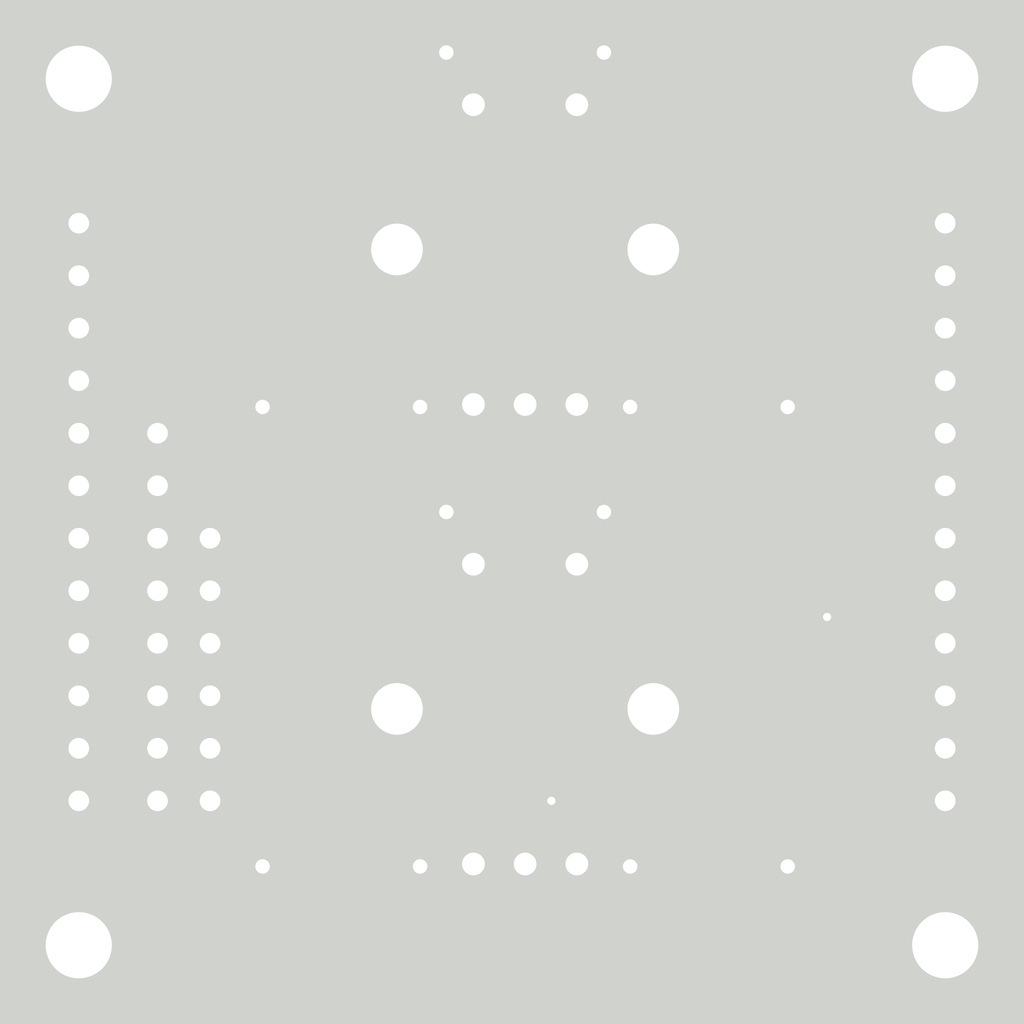
<source format=kicad_pcb>
(kicad_pcb (version 4) (host pcbnew 4.0.7+dfsg1-1~bpo9+1)

  (general
    (links 41)
    (no_connects 0)
    (area 124.46 82.55 173.990001 132.080001)
    (thickness 1.6)
    (drawings 8)
    (tracks 93)
    (zones 0)
    (modules 16)
    (nets 18)
  )

  (page A4)
  (layers
    (0 F.Cu signal)
    (31 B.Cu signal)
    (32 B.Adhes user)
    (33 F.Adhes user)
    (34 B.Paste user)
    (35 F.Paste user)
    (36 B.SilkS user)
    (37 F.SilkS user)
    (38 B.Mask user)
    (39 F.Mask user)
    (40 Dwgs.User user)
    (41 Cmts.User user)
    (42 Eco1.User user)
    (43 Eco2.User user)
    (44 Edge.Cuts user)
    (45 Margin user)
    (46 B.CrtYd user)
    (47 F.CrtYd user)
    (48 B.Fab user)
    (49 F.Fab user)
  )

  (setup
    (last_trace_width 0.25)
    (user_trace_width 0.5)
    (trace_clearance 0.2)
    (zone_clearance 0.508)
    (zone_45_only no)
    (trace_min 0.2)
    (segment_width 0.2)
    (edge_width 0.1)
    (via_size 0.6)
    (via_drill 0.4)
    (via_min_size 0.4)
    (via_min_drill 0.3)
    (uvia_size 0.3)
    (uvia_drill 0.1)
    (uvias_allowed no)
    (uvia_min_size 0.2)
    (uvia_min_drill 0.1)
    (pcb_text_width 0.3)
    (pcb_text_size 1.5 1.5)
    (mod_edge_width 0.15)
    (mod_text_size 1 1)
    (mod_text_width 0.15)
    (pad_size 1.5 1.5)
    (pad_drill 0.6)
    (pad_to_mask_clearance 0)
    (aux_axis_origin 0 0)
    (visible_elements FFFFFF7F)
    (pcbplotparams
      (layerselection 0x00030_80000001)
      (usegerberextensions false)
      (excludeedgelayer true)
      (linewidth 0.100000)
      (plotframeref false)
      (viasonmask false)
      (mode 1)
      (useauxorigin false)
      (hpglpennumber 1)
      (hpglpenspeed 20)
      (hpglpendiameter 15)
      (hpglpenoverlay 2)
      (psnegative false)
      (psa4output false)
      (plotreference true)
      (plotvalue true)
      (plotinvisibletext false)
      (padsonsilk false)
      (subtractmaskfromsilk false)
      (outputformat 1)
      (mirror false)
      (drillshape 1)
      (scaleselection 1)
      (outputdirectory ""))
  )

  (net 0 "")
  (net 1 /VIN)
  (net 2 /VCC)
  (net 3 Earth)
  (net 4 /L0)
  (net 5 /L1)
  (net 6 /L2)
  (net 7 /L3)
  (net 8 /L4)
  (net 9 /L5)
  (net 10 /L6)
  (net 11 /L7)
  (net 12 "Net-(ENC1-PadA)")
  (net 13 "Net-(ENC1-PadB)")
  (net 14 "Net-(ENC1-PadSW2)")
  (net 15 "Net-(ENC2-PadA)")
  (net 16 "Net-(ENC2-PadB)")
  (net 17 "Net-(ENC2-PadSW2)")

  (net_class Default "This is the default net class."
    (clearance 0.2)
    (trace_width 0.25)
    (via_dia 0.6)
    (via_drill 0.4)
    (uvia_dia 0.3)
    (uvia_drill 0.1)
    (add_net /L0)
    (add_net /L1)
    (add_net /L2)
    (add_net /L3)
    (add_net /L4)
    (add_net /L5)
    (add_net /L6)
    (add_net /L7)
    (add_net /VCC)
    (add_net /VIN)
    (add_net Earth)
    (add_net "Net-(ENC1-PadA)")
    (add_net "Net-(ENC1-PadB)")
    (add_net "Net-(ENC1-PadSW2)")
    (add_net "Net-(ENC2-PadA)")
    (add_net "Net-(ENC2-PadB)")
    (add_net "Net-(ENC2-PadSW2)")
  )

  (module Mounting_Holes:MountingHole_3.2mm_M3 (layer F.Cu) (tedit 5AC4CC02) (tstamp 5ACA4CBC)
    (at 128.27 86.36)
    (descr "Mounting Hole 3.2mm, no annular, M3")
    (tags "mounting hole 3.2mm no annular m3")
    (fp_text reference M3 (at 0 2.54) (layer F.Fab)
      (effects (font (size 1 1) (thickness 0.15)))
    )
    (fp_text value "" (at 0 4.2) (layer F.Fab) hide
      (effects (font (size 1 1) (thickness 0.15)))
    )
    (fp_circle (center 0 0) (end 3.2 0) (layer Cmts.User) (width 0.15))
    (fp_circle (center 0 0) (end 3.45 0) (layer F.CrtYd) (width 0.05))
    (pad 1 np_thru_hole circle (at 0 0) (size 3.2 3.2) (drill 3.2) (layers *.Cu *.Mask))
  )

  (module Mounting_Holes:MountingHole_3.2mm_M3 (layer F.Cu) (tedit 5AC4CC05) (tstamp 5ACA4CC9)
    (at 170.18 86.36)
    (descr "Mounting Hole 3.2mm, no annular, M3")
    (tags "mounting hole 3.2mm no annular m3")
    (fp_text reference M3 (at 0 2.54) (layer F.Fab)
      (effects (font (size 1 1) (thickness 0.15)))
    )
    (fp_text value "" (at 0 4.2) (layer F.Fab) hide
      (effects (font (size 1 1) (thickness 0.15)))
    )
    (fp_circle (center 0 0) (end 3.2 0) (layer Cmts.User) (width 0.15))
    (fp_circle (center 0 0) (end 3.45 0) (layer F.CrtYd) (width 0.05))
    (pad 1 np_thru_hole circle (at 0 0) (size 3.2 3.2) (drill 3.2) (layers *.Cu *.Mask))
  )

  (module Mounting_Holes:MountingHole_3.2mm_M3 (layer F.Cu) (tedit 5AC4CC09) (tstamp 5ACA4CD6)
    (at 170.18 128.27)
    (descr "Mounting Hole 3.2mm, no annular, M3")
    (tags "mounting hole 3.2mm no annular m3")
    (fp_text reference "" (at 0 -4.2) (layer F.SilkS) hide
      (effects (font (size 1 1) (thickness 0.15)))
    )
    (fp_text value M3 (at 0 -2.54) (layer F.Fab)
      (effects (font (size 1 1) (thickness 0.15)))
    )
    (fp_circle (center 0 0) (end 3.2 0) (layer Cmts.User) (width 0.15))
    (fp_circle (center 0 0) (end 3.45 0) (layer F.CrtYd) (width 0.05))
    (pad 1 np_thru_hole circle (at 0 0) (size 3.2 3.2) (drill 3.2) (layers *.Cu *.Mask))
  )

  (module Mounting_Holes:MountingHole_3.2mm_M3 (layer F.Cu) (tedit 5AC4CC0E) (tstamp 5ACA4CE3)
    (at 128.27 128.27)
    (descr "Mounting Hole 3.2mm, no annular, M3")
    (tags "mounting hole 3.2mm no annular m3")
    (fp_text reference "" (at 0 -4.2) (layer F.SilkS) hide
      (effects (font (size 1 1) (thickness 0.15)))
    )
    (fp_text value M3 (at 0 -2.54) (layer F.Fab)
      (effects (font (size 1 1) (thickness 0.15)))
    )
    (fp_circle (center 0 0) (end 3.2 0) (layer Cmts.User) (width 0.15))
    (fp_circle (center 0 0) (end 3.45 0) (layer F.CrtYd) (width 0.05))
    (pad 1 np_thru_hole circle (at 0 0) (size 3.2 3.2) (drill 3.2) (layers *.Cu *.Mask))
  )

  (module Pin_Headers:Pin_Header_Straight_1x12_Pitch2.54mm (layer F.Cu) (tedit 5AE9C1F1) (tstamp 5AC3D654)
    (at 128.27 93.345)
    (descr "Through hole straight pin header, 1x12, 2.54mm pitch, single row")
    (tags "Through hole pin header THT 1x12 2.54mm single row")
    (path /5AC3D559)
    (fp_text reference I1 (at 0 -2.33) (layer F.Fab)
      (effects (font (size 1 1) (thickness 0.15)))
    )
    (fp_text value Input (at 0 30.27) (layer F.Fab)
      (effects (font (size 1 1) (thickness 0.15)))
    )
    (fp_line (start -0.635 -1.27) (end 1.27 -1.27) (layer F.Fab) (width 0.1))
    (fp_line (start 1.27 -1.27) (end 1.27 29.21) (layer F.Fab) (width 0.1))
    (fp_line (start 1.27 29.21) (end -1.27 29.21) (layer F.Fab) (width 0.1))
    (fp_line (start -1.27 29.21) (end -1.27 -0.635) (layer F.Fab) (width 0.1))
    (fp_line (start -1.27 -0.635) (end -0.635 -1.27) (layer F.Fab) (width 0.1))
    (fp_line (start -1.33 29.27) (end 1.33 29.27) (layer F.SilkS) (width 0.12))
    (fp_line (start -1.33 1.27) (end -1.33 29.27) (layer F.SilkS) (width 0.12))
    (fp_line (start 1.33 1.27) (end 1.33 29.27) (layer F.SilkS) (width 0.12))
    (fp_line (start -1.33 1.27) (end 1.33 1.27) (layer F.SilkS) (width 0.12))
    (fp_line (start -1.33 0) (end -1.33 -1.33) (layer F.SilkS) (width 0.12))
    (fp_line (start -1.33 -1.33) (end 0 -1.33) (layer F.SilkS) (width 0.12))
    (fp_line (start -1.8 -1.8) (end -1.8 29.75) (layer F.CrtYd) (width 0.05))
    (fp_line (start -1.8 29.75) (end 1.8 29.75) (layer F.CrtYd) (width 0.05))
    (fp_line (start 1.8 29.75) (end 1.8 -1.8) (layer F.CrtYd) (width 0.05))
    (fp_line (start 1.8 -1.8) (end -1.8 -1.8) (layer F.CrtYd) (width 0.05))
    (fp_text user %R (at 0 13.97 90) (layer F.Fab)
      (effects (font (size 1 1) (thickness 0.15)))
    )
    (pad 1 thru_hole rect (at 0 0) (size 1.7 1.7) (drill 1) (layers *.Cu *.Mask)
      (net 1 /VIN))
    (pad 2 thru_hole oval (at 0 2.54) (size 1.7 1.7) (drill 1) (layers *.Cu *.Mask)
      (net 2 /VCC))
    (pad 3 thru_hole oval (at 0 5.08) (size 1.7 1.7) (drill 1) (layers *.Cu *.Mask)
      (net 3 Earth))
    (pad 4 thru_hole oval (at 0 7.62) (size 1.7 1.7) (drill 1) (layers *.Cu *.Mask))
    (pad 5 thru_hole oval (at 0 10.16) (size 1.7 1.7) (drill 1) (layers *.Cu *.Mask)
      (net 4 /L0))
    (pad 6 thru_hole oval (at 0 12.7) (size 1.7 1.7) (drill 1) (layers *.Cu *.Mask)
      (net 5 /L1))
    (pad 7 thru_hole oval (at 0 15.24) (size 1.7 1.7) (drill 1) (layers *.Cu *.Mask)
      (net 6 /L2))
    (pad 8 thru_hole oval (at 0 17.78) (size 1.7 1.7) (drill 1) (layers *.Cu *.Mask)
      (net 7 /L3))
    (pad 9 thru_hole oval (at 0 20.32) (size 1.7 1.7) (drill 1) (layers *.Cu *.Mask)
      (net 8 /L4))
    (pad 10 thru_hole oval (at 0 22.86) (size 1.7 1.7) (drill 1) (layers *.Cu *.Mask)
      (net 9 /L5))
    (pad 11 thru_hole oval (at 0 25.4) (size 1.7 1.7) (drill 1) (layers *.Cu *.Mask)
      (net 10 /L6))
    (pad 12 thru_hole oval (at 0 27.94) (size 1.7 1.7) (drill 1) (layers *.Cu *.Mask)
      (net 11 /L7))
    (model ${KISYS3DMOD}/Pin_Headers.3dshapes/Pin_Header_Straight_1x12_Pitch2.54mm.wrl
      (at (xyz 0 0 0))
      (scale (xyz 1 1 1))
      (rotate (xyz 0 0 0))
    )
  )

  (module Socket_Strips:Socket_Strip_Straight_1x12_Pitch2.54mm (layer F.Cu) (tedit 5AE9C1FA) (tstamp 5AC3D673)
    (at 170.18 93.345)
    (descr "Through hole straight socket strip, 1x12, 2.54mm pitch, single row")
    (tags "Through hole socket strip THT 1x12 2.54mm single row")
    (path /5AC3D61D)
    (fp_text reference O1 (at 0 -2.33) (layer F.Fab)
      (effects (font (size 1 1) (thickness 0.15)))
    )
    (fp_text value Output (at 0 30.27) (layer F.Fab)
      (effects (font (size 1 1) (thickness 0.15)))
    )
    (fp_line (start -1.27 -1.27) (end -1.27 29.21) (layer F.Fab) (width 0.1))
    (fp_line (start -1.27 29.21) (end 1.27 29.21) (layer F.Fab) (width 0.1))
    (fp_line (start 1.27 29.21) (end 1.27 -1.27) (layer F.Fab) (width 0.1))
    (fp_line (start 1.27 -1.27) (end -1.27 -1.27) (layer F.Fab) (width 0.1))
    (fp_line (start -1.33 1.27) (end -1.33 29.27) (layer F.SilkS) (width 0.12))
    (fp_line (start -1.33 29.27) (end 1.33 29.27) (layer F.SilkS) (width 0.12))
    (fp_line (start 1.33 29.27) (end 1.33 1.27) (layer F.SilkS) (width 0.12))
    (fp_line (start 1.33 1.27) (end -1.33 1.27) (layer F.SilkS) (width 0.12))
    (fp_line (start -1.33 0) (end -1.33 -1.33) (layer F.SilkS) (width 0.12))
    (fp_line (start -1.33 -1.33) (end 0 -1.33) (layer F.SilkS) (width 0.12))
    (fp_line (start -1.8 -1.8) (end -1.8 29.75) (layer F.CrtYd) (width 0.05))
    (fp_line (start -1.8 29.75) (end 1.8 29.75) (layer F.CrtYd) (width 0.05))
    (fp_line (start 1.8 29.75) (end 1.8 -1.8) (layer F.CrtYd) (width 0.05))
    (fp_line (start 1.8 -1.8) (end -1.8 -1.8) (layer F.CrtYd) (width 0.05))
    (fp_text user %R (at 0 -2.33) (layer F.Fab) hide
      (effects (font (size 1 1) (thickness 0.15)))
    )
    (pad 1 thru_hole rect (at 0 0) (size 1.7 1.7) (drill 1) (layers *.Cu *.Mask)
      (net 1 /VIN))
    (pad 2 thru_hole oval (at 0 2.54) (size 1.7 1.7) (drill 1) (layers *.Cu *.Mask)
      (net 2 /VCC))
    (pad 3 thru_hole oval (at 0 5.08) (size 1.7 1.7) (drill 1) (layers *.Cu *.Mask)
      (net 3 Earth))
    (pad 4 thru_hole oval (at 0 7.62) (size 1.7 1.7) (drill 1) (layers *.Cu *.Mask))
    (pad 5 thru_hole oval (at 0 10.16) (size 1.7 1.7) (drill 1) (layers *.Cu *.Mask)
      (net 4 /L0))
    (pad 6 thru_hole oval (at 0 12.7) (size 1.7 1.7) (drill 1) (layers *.Cu *.Mask)
      (net 5 /L1))
    (pad 7 thru_hole oval (at 0 15.24) (size 1.7 1.7) (drill 1) (layers *.Cu *.Mask)
      (net 6 /L2))
    (pad 8 thru_hole oval (at 0 17.78) (size 1.7 1.7) (drill 1) (layers *.Cu *.Mask)
      (net 7 /L3))
    (pad 9 thru_hole oval (at 0 20.32) (size 1.7 1.7) (drill 1) (layers *.Cu *.Mask)
      (net 8 /L4))
    (pad 10 thru_hole oval (at 0 22.86) (size 1.7 1.7) (drill 1) (layers *.Cu *.Mask)
      (net 9 /L5))
    (pad 11 thru_hole oval (at 0 25.4) (size 1.7 1.7) (drill 1) (layers *.Cu *.Mask)
      (net 10 /L6))
    (pad 12 thru_hole oval (at 0 27.94) (size 1.7 1.7) (drill 1) (layers *.Cu *.Mask)
      (net 11 /L7))
    (model ${KISYS3DMOD}/Socket_Strips.3dshapes/Socket_Strip_Straight_1x12_Pitch2.54mm.wrl
      (at (xyz 0 -0.55 0))
      (scale (xyz 1 1 1))
      (rotate (xyz 0 0 270))
    )
  )

  (module Pin_Headers:Pin_Header_Straight_1x08_Pitch2.54mm (layer F.Cu) (tedit 5AE9988F) (tstamp 5AE99465)
    (at 132.08 103.505)
    (descr "Through hole straight pin header, 1x08, 2.54mm pitch, single row")
    (tags "Through hole pin header THT 1x08 2.54mm single row")
    (path /5AE99987)
    (fp_text reference H1 (at 0 20.32) (layer F.Fab)
      (effects (font (size 1 1) (thickness 0.15)))
    )
    (fp_text value Choice (at 0 -4.445 90) (layer F.SilkS)
      (effects (font (size 1 1) (thickness 0.15)))
    )
    (fp_line (start -0.635 -1.27) (end 1.27 -1.27) (layer F.Fab) (width 0.1))
    (fp_line (start 1.27 -1.27) (end 1.27 19.05) (layer F.Fab) (width 0.1))
    (fp_line (start 1.27 19.05) (end -1.27 19.05) (layer F.Fab) (width 0.1))
    (fp_line (start -1.27 19.05) (end -1.27 -0.635) (layer F.Fab) (width 0.1))
    (fp_line (start -1.27 -0.635) (end -0.635 -1.27) (layer F.Fab) (width 0.1))
    (fp_line (start -1.33 19.11) (end 1.33 19.11) (layer F.SilkS) (width 0.12))
    (fp_line (start -1.33 1.27) (end -1.33 19.11) (layer F.SilkS) (width 0.12))
    (fp_line (start 1.33 1.27) (end 1.33 19.11) (layer F.SilkS) (width 0.12))
    (fp_line (start -1.33 1.27) (end 1.33 1.27) (layer F.SilkS) (width 0.12))
    (fp_line (start -1.33 0) (end -1.33 -1.33) (layer F.SilkS) (width 0.12))
    (fp_line (start -1.33 -1.33) (end 0 -1.33) (layer F.SilkS) (width 0.12))
    (fp_line (start -1.8 -1.8) (end -1.8 19.55) (layer F.CrtYd) (width 0.05))
    (fp_line (start -1.8 19.55) (end 1.8 19.55) (layer F.CrtYd) (width 0.05))
    (fp_line (start 1.8 19.55) (end 1.8 -1.8) (layer F.CrtYd) (width 0.05))
    (fp_line (start 1.8 -1.8) (end -1.8 -1.8) (layer F.CrtYd) (width 0.05))
    (fp_text user %R (at 0 8.89 90) (layer F.Fab)
      (effects (font (size 1 1) (thickness 0.15)))
    )
    (pad 1 thru_hole rect (at 0 0) (size 1.7 1.7) (drill 1) (layers *.Cu *.Mask)
      (net 4 /L0))
    (pad 2 thru_hole oval (at 0 2.54) (size 1.7 1.7) (drill 1) (layers *.Cu *.Mask)
      (net 5 /L1))
    (pad 3 thru_hole oval (at 0 5.08) (size 1.7 1.7) (drill 1) (layers *.Cu *.Mask)
      (net 6 /L2))
    (pad 4 thru_hole oval (at 0 7.62) (size 1.7 1.7) (drill 1) (layers *.Cu *.Mask)
      (net 7 /L3))
    (pad 5 thru_hole oval (at 0 10.16) (size 1.7 1.7) (drill 1) (layers *.Cu *.Mask)
      (net 8 /L4))
    (pad 6 thru_hole oval (at 0 12.7) (size 1.7 1.7) (drill 1) (layers *.Cu *.Mask)
      (net 9 /L5))
    (pad 7 thru_hole oval (at 0 15.24) (size 1.7 1.7) (drill 1) (layers *.Cu *.Mask)
      (net 10 /L6))
    (pad 8 thru_hole oval (at 0 17.78) (size 1.7 1.7) (drill 1) (layers *.Cu *.Mask)
      (net 11 /L7))
    (model ${KISYS3DMOD}/Pin_Headers.3dshapes/Pin_Header_Straight_1x08_Pitch2.54mm.wrl
      (at (xyz 0 0 0))
      (scale (xyz 1 1 1))
      (rotate (xyz 0 0 0))
    )
  )

  (module Pin_Headers:Pin_Header_Straight_1x06_Pitch2.54mm (layer F.Cu) (tedit 5AE9988D) (tstamp 5AE9947F)
    (at 134.62 108.585)
    (descr "Through hole straight pin header, 1x06, 2.54mm pitch, single row")
    (tags "Through hole pin header THT 1x06 2.54mm single row")
    (path /5AE999F4)
    (fp_text reference J1 (at 0 15.24) (layer F.Fab)
      (effects (font (size 1 1) (thickness 0.15)))
    )
    (fp_text value Select (at 0 -4.445 90) (layer F.SilkS)
      (effects (font (size 1 1) (thickness 0.15)))
    )
    (fp_line (start -0.635 -1.27) (end 1.27 -1.27) (layer F.Fab) (width 0.1))
    (fp_line (start 1.27 -1.27) (end 1.27 13.97) (layer F.Fab) (width 0.1))
    (fp_line (start 1.27 13.97) (end -1.27 13.97) (layer F.Fab) (width 0.1))
    (fp_line (start -1.27 13.97) (end -1.27 -0.635) (layer F.Fab) (width 0.1))
    (fp_line (start -1.27 -0.635) (end -0.635 -1.27) (layer F.Fab) (width 0.1))
    (fp_line (start -1.33 14.03) (end 1.33 14.03) (layer F.SilkS) (width 0.12))
    (fp_line (start -1.33 1.27) (end -1.33 14.03) (layer F.SilkS) (width 0.12))
    (fp_line (start 1.33 1.27) (end 1.33 14.03) (layer F.SilkS) (width 0.12))
    (fp_line (start -1.33 1.27) (end 1.33 1.27) (layer F.SilkS) (width 0.12))
    (fp_line (start -1.33 0) (end -1.33 -1.33) (layer F.SilkS) (width 0.12))
    (fp_line (start -1.33 -1.33) (end 0 -1.33) (layer F.SilkS) (width 0.12))
    (fp_line (start -1.8 -1.8) (end -1.8 14.5) (layer F.CrtYd) (width 0.05))
    (fp_line (start -1.8 14.5) (end 1.8 14.5) (layer F.CrtYd) (width 0.05))
    (fp_line (start 1.8 14.5) (end 1.8 -1.8) (layer F.CrtYd) (width 0.05))
    (fp_line (start 1.8 -1.8) (end -1.8 -1.8) (layer F.CrtYd) (width 0.05))
    (fp_text user %R (at 0 6.35 90) (layer F.Fab)
      (effects (font (size 1 1) (thickness 0.15)))
    )
    (pad 1 thru_hole rect (at 0 0) (size 1.7 1.7) (drill 1) (layers *.Cu *.Mask)
      (net 12 "Net-(ENC1-PadA)"))
    (pad 2 thru_hole oval (at 0 2.54) (size 1.7 1.7) (drill 1) (layers *.Cu *.Mask)
      (net 13 "Net-(ENC1-PadB)"))
    (pad 3 thru_hole oval (at 0 5.08) (size 1.7 1.7) (drill 1) (layers *.Cu *.Mask)
      (net 14 "Net-(ENC1-PadSW2)"))
    (pad 4 thru_hole oval (at 0 7.62) (size 1.7 1.7) (drill 1) (layers *.Cu *.Mask)
      (net 15 "Net-(ENC2-PadA)"))
    (pad 5 thru_hole oval (at 0 10.16) (size 1.7 1.7) (drill 1) (layers *.Cu *.Mask)
      (net 16 "Net-(ENC2-PadB)"))
    (pad 6 thru_hole oval (at 0 12.7) (size 1.7 1.7) (drill 1) (layers *.Cu *.Mask)
      (net 17 "Net-(ENC2-PadSW2)"))
    (model ${KISYS3DMOD}/Pin_Headers.3dshapes/Pin_Header_Straight_1x06_Pitch2.54mm.wrl
      (at (xyz 0 0 0))
      (scale (xyz 1 1 1))
      (rotate (xyz 0 0 0))
    )
  )

  (module Resistors_THT:R_Axial_DIN0204_L3.6mm_D1.6mm_P7.62mm_Horizontal (layer F.Cu) (tedit 5AE997C1) (tstamp 5AE99495)
    (at 137.16 102.235)
    (descr "Resistor, Axial_DIN0204 series, Axial, Horizontal, pin pitch=7.62mm, 0.16666666666666666W = 1/6W, length*diameter=3.6*1.6mm^2, http://cdn-reichelt.de/documents/datenblatt/B400/1_4W%23YAG.pdf")
    (tags "Resistor Axial_DIN0204 series Axial Horizontal pin pitch 7.62mm 0.16666666666666666W = 1/6W length 3.6mm diameter 1.6mm")
    (path /5AE9911B)
    (fp_text reference R1 (at 3.81 0) (layer F.SilkS)
      (effects (font (size 1 1) (thickness 0.15)))
    )
    (fp_text value 10K (at 3.81 1.86) (layer F.Fab)
      (effects (font (size 1 1) (thickness 0.15)))
    )
    (fp_line (start 2.01 -0.8) (end 2.01 0.8) (layer F.Fab) (width 0.1))
    (fp_line (start 2.01 0.8) (end 5.61 0.8) (layer F.Fab) (width 0.1))
    (fp_line (start 5.61 0.8) (end 5.61 -0.8) (layer F.Fab) (width 0.1))
    (fp_line (start 5.61 -0.8) (end 2.01 -0.8) (layer F.Fab) (width 0.1))
    (fp_line (start 0 0) (end 2.01 0) (layer F.Fab) (width 0.1))
    (fp_line (start 7.62 0) (end 5.61 0) (layer F.Fab) (width 0.1))
    (fp_line (start 1.95 -0.86) (end 1.95 0.86) (layer F.SilkS) (width 0.12))
    (fp_line (start 1.95 0.86) (end 5.67 0.86) (layer F.SilkS) (width 0.12))
    (fp_line (start 5.67 0.86) (end 5.67 -0.86) (layer F.SilkS) (width 0.12))
    (fp_line (start 5.67 -0.86) (end 1.95 -0.86) (layer F.SilkS) (width 0.12))
    (fp_line (start 0.88 0) (end 1.95 0) (layer F.SilkS) (width 0.12))
    (fp_line (start 6.74 0) (end 5.67 0) (layer F.SilkS) (width 0.12))
    (fp_line (start -0.95 -1.15) (end -0.95 1.15) (layer F.CrtYd) (width 0.05))
    (fp_line (start -0.95 1.15) (end 8.6 1.15) (layer F.CrtYd) (width 0.05))
    (fp_line (start 8.6 1.15) (end 8.6 -1.15) (layer F.CrtYd) (width 0.05))
    (fp_line (start 8.6 -1.15) (end -0.95 -1.15) (layer F.CrtYd) (width 0.05))
    (pad 1 thru_hole circle (at 0 0) (size 1.4 1.4) (drill 0.7) (layers *.Cu *.Mask)
      (net 2 /VCC))
    (pad 2 thru_hole oval (at 7.62 0) (size 1.4 1.4) (drill 0.7) (layers *.Cu *.Mask)
      (net 12 "Net-(ENC1-PadA)"))
    (model ${KISYS3DMOD}/Resistors_THT.3dshapes/R_Axial_DIN0204_L3.6mm_D1.6mm_P7.62mm_Horizontal.wrl
      (at (xyz 0 0 0))
      (scale (xyz 0.393701 0.393701 0.393701))
      (rotate (xyz 0 0 0))
    )
  )

  (module Resistors_THT:R_Axial_DIN0204_L3.6mm_D1.6mm_P7.62mm_Horizontal (layer F.Cu) (tedit 5AE997C3) (tstamp 5AE994AB)
    (at 162.56 102.235 180)
    (descr "Resistor, Axial_DIN0204 series, Axial, Horizontal, pin pitch=7.62mm, 0.16666666666666666W = 1/6W, length*diameter=3.6*1.6mm^2, http://cdn-reichelt.de/documents/datenblatt/B400/1_4W%23YAG.pdf")
    (tags "Resistor Axial_DIN0204 series Axial Horizontal pin pitch 7.62mm 0.16666666666666666W = 1/6W length 3.6mm diameter 1.6mm")
    (path /5AE9907A)
    (fp_text reference R2 (at 3.81 0 180) (layer F.SilkS)
      (effects (font (size 1 1) (thickness 0.15)))
    )
    (fp_text value 10K (at 3.81 1.86 180) (layer F.Fab)
      (effects (font (size 1 1) (thickness 0.15)))
    )
    (fp_line (start 2.01 -0.8) (end 2.01 0.8) (layer F.Fab) (width 0.1))
    (fp_line (start 2.01 0.8) (end 5.61 0.8) (layer F.Fab) (width 0.1))
    (fp_line (start 5.61 0.8) (end 5.61 -0.8) (layer F.Fab) (width 0.1))
    (fp_line (start 5.61 -0.8) (end 2.01 -0.8) (layer F.Fab) (width 0.1))
    (fp_line (start 0 0) (end 2.01 0) (layer F.Fab) (width 0.1))
    (fp_line (start 7.62 0) (end 5.61 0) (layer F.Fab) (width 0.1))
    (fp_line (start 1.95 -0.86) (end 1.95 0.86) (layer F.SilkS) (width 0.12))
    (fp_line (start 1.95 0.86) (end 5.67 0.86) (layer F.SilkS) (width 0.12))
    (fp_line (start 5.67 0.86) (end 5.67 -0.86) (layer F.SilkS) (width 0.12))
    (fp_line (start 5.67 -0.86) (end 1.95 -0.86) (layer F.SilkS) (width 0.12))
    (fp_line (start 0.88 0) (end 1.95 0) (layer F.SilkS) (width 0.12))
    (fp_line (start 6.74 0) (end 5.67 0) (layer F.SilkS) (width 0.12))
    (fp_line (start -0.95 -1.15) (end -0.95 1.15) (layer F.CrtYd) (width 0.05))
    (fp_line (start -0.95 1.15) (end 8.6 1.15) (layer F.CrtYd) (width 0.05))
    (fp_line (start 8.6 1.15) (end 8.6 -1.15) (layer F.CrtYd) (width 0.05))
    (fp_line (start 8.6 -1.15) (end -0.95 -1.15) (layer F.CrtYd) (width 0.05))
    (pad 1 thru_hole circle (at 0 0 180) (size 1.4 1.4) (drill 0.7) (layers *.Cu *.Mask)
      (net 2 /VCC))
    (pad 2 thru_hole oval (at 7.62 0 180) (size 1.4 1.4) (drill 0.7) (layers *.Cu *.Mask)
      (net 13 "Net-(ENC1-PadB)"))
    (model ${KISYS3DMOD}/Resistors_THT.3dshapes/R_Axial_DIN0204_L3.6mm_D1.6mm_P7.62mm_Horizontal.wrl
      (at (xyz 0 0 0))
      (scale (xyz 0.393701 0.393701 0.393701))
      (rotate (xyz 0 0 0))
    )
  )

  (module Resistors_THT:R_Axial_DIN0204_L3.6mm_D1.6mm_P7.62mm_Horizontal (layer F.Cu) (tedit 5AE99752) (tstamp 5AE994C1)
    (at 146.05 85.09)
    (descr "Resistor, Axial_DIN0204 series, Axial, Horizontal, pin pitch=7.62mm, 0.16666666666666666W = 1/6W, length*diameter=3.6*1.6mm^2, http://cdn-reichelt.de/documents/datenblatt/B400/1_4W%23YAG.pdf")
    (tags "Resistor Axial_DIN0204 series Axial Horizontal pin pitch 7.62mm 0.16666666666666666W = 1/6W length 3.6mm diameter 1.6mm")
    (path /5AE992B7)
    (fp_text reference R3 (at 3.81 0) (layer F.SilkS)
      (effects (font (size 1 1) (thickness 0.15)))
    )
    (fp_text value 10K (at 3.81 1.86) (layer F.Fab)
      (effects (font (size 1 1) (thickness 0.15)))
    )
    (fp_line (start 2.01 -0.8) (end 2.01 0.8) (layer F.Fab) (width 0.1))
    (fp_line (start 2.01 0.8) (end 5.61 0.8) (layer F.Fab) (width 0.1))
    (fp_line (start 5.61 0.8) (end 5.61 -0.8) (layer F.Fab) (width 0.1))
    (fp_line (start 5.61 -0.8) (end 2.01 -0.8) (layer F.Fab) (width 0.1))
    (fp_line (start 0 0) (end 2.01 0) (layer F.Fab) (width 0.1))
    (fp_line (start 7.62 0) (end 5.61 0) (layer F.Fab) (width 0.1))
    (fp_line (start 1.95 -0.86) (end 1.95 0.86) (layer F.SilkS) (width 0.12))
    (fp_line (start 1.95 0.86) (end 5.67 0.86) (layer F.SilkS) (width 0.12))
    (fp_line (start 5.67 0.86) (end 5.67 -0.86) (layer F.SilkS) (width 0.12))
    (fp_line (start 5.67 -0.86) (end 1.95 -0.86) (layer F.SilkS) (width 0.12))
    (fp_line (start 0.88 0) (end 1.95 0) (layer F.SilkS) (width 0.12))
    (fp_line (start 6.74 0) (end 5.67 0) (layer F.SilkS) (width 0.12))
    (fp_line (start -0.95 -1.15) (end -0.95 1.15) (layer F.CrtYd) (width 0.05))
    (fp_line (start -0.95 1.15) (end 8.6 1.15) (layer F.CrtYd) (width 0.05))
    (fp_line (start 8.6 1.15) (end 8.6 -1.15) (layer F.CrtYd) (width 0.05))
    (fp_line (start 8.6 -1.15) (end -0.95 -1.15) (layer F.CrtYd) (width 0.05))
    (pad 1 thru_hole circle (at 0 0) (size 1.4 1.4) (drill 0.7) (layers *.Cu *.Mask)
      (net 2 /VCC))
    (pad 2 thru_hole oval (at 7.62 0) (size 1.4 1.4) (drill 0.7) (layers *.Cu *.Mask)
      (net 14 "Net-(ENC1-PadSW2)"))
    (model ${KISYS3DMOD}/Resistors_THT.3dshapes/R_Axial_DIN0204_L3.6mm_D1.6mm_P7.62mm_Horizontal.wrl
      (at (xyz 0 0 0))
      (scale (xyz 0.393701 0.393701 0.393701))
      (rotate (xyz 0 0 0))
    )
  )

  (module Resistors_THT:R_Axial_DIN0204_L3.6mm_D1.6mm_P7.62mm_Horizontal (layer F.Cu) (tedit 5AE997CA) (tstamp 5AE994D7)
    (at 137.16 124.46)
    (descr "Resistor, Axial_DIN0204 series, Axial, Horizontal, pin pitch=7.62mm, 0.16666666666666666W = 1/6W, length*diameter=3.6*1.6mm^2, http://cdn-reichelt.de/documents/datenblatt/B400/1_4W%23YAG.pdf")
    (tags "Resistor Axial_DIN0204 series Axial Horizontal pin pitch 7.62mm 0.16666666666666666W = 1/6W length 3.6mm diameter 1.6mm")
    (path /5AE9952E)
    (fp_text reference R4 (at 3.81 0) (layer F.SilkS)
      (effects (font (size 1 1) (thickness 0.15)))
    )
    (fp_text value 10K (at 3.81 1.86) (layer F.Fab)
      (effects (font (size 1 1) (thickness 0.15)))
    )
    (fp_line (start 2.01 -0.8) (end 2.01 0.8) (layer F.Fab) (width 0.1))
    (fp_line (start 2.01 0.8) (end 5.61 0.8) (layer F.Fab) (width 0.1))
    (fp_line (start 5.61 0.8) (end 5.61 -0.8) (layer F.Fab) (width 0.1))
    (fp_line (start 5.61 -0.8) (end 2.01 -0.8) (layer F.Fab) (width 0.1))
    (fp_line (start 0 0) (end 2.01 0) (layer F.Fab) (width 0.1))
    (fp_line (start 7.62 0) (end 5.61 0) (layer F.Fab) (width 0.1))
    (fp_line (start 1.95 -0.86) (end 1.95 0.86) (layer F.SilkS) (width 0.12))
    (fp_line (start 1.95 0.86) (end 5.67 0.86) (layer F.SilkS) (width 0.12))
    (fp_line (start 5.67 0.86) (end 5.67 -0.86) (layer F.SilkS) (width 0.12))
    (fp_line (start 5.67 -0.86) (end 1.95 -0.86) (layer F.SilkS) (width 0.12))
    (fp_line (start 0.88 0) (end 1.95 0) (layer F.SilkS) (width 0.12))
    (fp_line (start 6.74 0) (end 5.67 0) (layer F.SilkS) (width 0.12))
    (fp_line (start -0.95 -1.15) (end -0.95 1.15) (layer F.CrtYd) (width 0.05))
    (fp_line (start -0.95 1.15) (end 8.6 1.15) (layer F.CrtYd) (width 0.05))
    (fp_line (start 8.6 1.15) (end 8.6 -1.15) (layer F.CrtYd) (width 0.05))
    (fp_line (start 8.6 -1.15) (end -0.95 -1.15) (layer F.CrtYd) (width 0.05))
    (pad 1 thru_hole circle (at 0 0) (size 1.4 1.4) (drill 0.7) (layers *.Cu *.Mask)
      (net 2 /VCC))
    (pad 2 thru_hole oval (at 7.62 0) (size 1.4 1.4) (drill 0.7) (layers *.Cu *.Mask)
      (net 15 "Net-(ENC2-PadA)"))
    (model ${KISYS3DMOD}/Resistors_THT.3dshapes/R_Axial_DIN0204_L3.6mm_D1.6mm_P7.62mm_Horizontal.wrl
      (at (xyz 0 0 0))
      (scale (xyz 0.393701 0.393701 0.393701))
      (rotate (xyz 0 0 0))
    )
  )

  (module Resistors_THT:R_Axial_DIN0204_L3.6mm_D1.6mm_P7.62mm_Horizontal (layer F.Cu) (tedit 5AE99778) (tstamp 5AE994ED)
    (at 146.05 107.315)
    (descr "Resistor, Axial_DIN0204 series, Axial, Horizontal, pin pitch=7.62mm, 0.16666666666666666W = 1/6W, length*diameter=3.6*1.6mm^2, http://cdn-reichelt.de/documents/datenblatt/B400/1_4W%23YAG.pdf")
    (tags "Resistor Axial_DIN0204 series Axial Horizontal pin pitch 7.62mm 0.16666666666666666W = 1/6W length 3.6mm diameter 1.6mm")
    (path /5AE9943F)
    (fp_text reference R5 (at 3.81 0) (layer F.SilkS)
      (effects (font (size 1 1) (thickness 0.15)))
    )
    (fp_text value 10K (at 3.81 1.86) (layer F.Fab)
      (effects (font (size 1 1) (thickness 0.15)))
    )
    (fp_line (start 2.01 -0.8) (end 2.01 0.8) (layer F.Fab) (width 0.1))
    (fp_line (start 2.01 0.8) (end 5.61 0.8) (layer F.Fab) (width 0.1))
    (fp_line (start 5.61 0.8) (end 5.61 -0.8) (layer F.Fab) (width 0.1))
    (fp_line (start 5.61 -0.8) (end 2.01 -0.8) (layer F.Fab) (width 0.1))
    (fp_line (start 0 0) (end 2.01 0) (layer F.Fab) (width 0.1))
    (fp_line (start 7.62 0) (end 5.61 0) (layer F.Fab) (width 0.1))
    (fp_line (start 1.95 -0.86) (end 1.95 0.86) (layer F.SilkS) (width 0.12))
    (fp_line (start 1.95 0.86) (end 5.67 0.86) (layer F.SilkS) (width 0.12))
    (fp_line (start 5.67 0.86) (end 5.67 -0.86) (layer F.SilkS) (width 0.12))
    (fp_line (start 5.67 -0.86) (end 1.95 -0.86) (layer F.SilkS) (width 0.12))
    (fp_line (start 0.88 0) (end 1.95 0) (layer F.SilkS) (width 0.12))
    (fp_line (start 6.74 0) (end 5.67 0) (layer F.SilkS) (width 0.12))
    (fp_line (start -0.95 -1.15) (end -0.95 1.15) (layer F.CrtYd) (width 0.05))
    (fp_line (start -0.95 1.15) (end 8.6 1.15) (layer F.CrtYd) (width 0.05))
    (fp_line (start 8.6 1.15) (end 8.6 -1.15) (layer F.CrtYd) (width 0.05))
    (fp_line (start 8.6 -1.15) (end -0.95 -1.15) (layer F.CrtYd) (width 0.05))
    (pad 1 thru_hole circle (at 0 0) (size 1.4 1.4) (drill 0.7) (layers *.Cu *.Mask)
      (net 2 /VCC))
    (pad 2 thru_hole oval (at 7.62 0) (size 1.4 1.4) (drill 0.7) (layers *.Cu *.Mask)
      (net 17 "Net-(ENC2-PadSW2)"))
    (model ${KISYS3DMOD}/Resistors_THT.3dshapes/R_Axial_DIN0204_L3.6mm_D1.6mm_P7.62mm_Horizontal.wrl
      (at (xyz 0 0 0))
      (scale (xyz 0.393701 0.393701 0.393701))
      (rotate (xyz 0 0 0))
    )
  )

  (module Resistors_THT:R_Axial_DIN0204_L3.6mm_D1.6mm_P7.62mm_Horizontal (layer F.Cu) (tedit 5AE997C8) (tstamp 5AE99503)
    (at 162.56 124.46 180)
    (descr "Resistor, Axial_DIN0204 series, Axial, Horizontal, pin pitch=7.62mm, 0.16666666666666666W = 1/6W, length*diameter=3.6*1.6mm^2, http://cdn-reichelt.de/documents/datenblatt/B400/1_4W%23YAG.pdf")
    (tags "Resistor Axial_DIN0204 series Axial Horizontal pin pitch 7.62mm 0.16666666666666666W = 1/6W length 3.6mm diameter 1.6mm")
    (path /5AE99563)
    (fp_text reference R6 (at 3.81 0 180) (layer F.SilkS)
      (effects (font (size 1 1) (thickness 0.15)))
    )
    (fp_text value 10K (at 3.81 1.86 180) (layer F.Fab)
      (effects (font (size 1 1) (thickness 0.15)))
    )
    (fp_line (start 2.01 -0.8) (end 2.01 0.8) (layer F.Fab) (width 0.1))
    (fp_line (start 2.01 0.8) (end 5.61 0.8) (layer F.Fab) (width 0.1))
    (fp_line (start 5.61 0.8) (end 5.61 -0.8) (layer F.Fab) (width 0.1))
    (fp_line (start 5.61 -0.8) (end 2.01 -0.8) (layer F.Fab) (width 0.1))
    (fp_line (start 0 0) (end 2.01 0) (layer F.Fab) (width 0.1))
    (fp_line (start 7.62 0) (end 5.61 0) (layer F.Fab) (width 0.1))
    (fp_line (start 1.95 -0.86) (end 1.95 0.86) (layer F.SilkS) (width 0.12))
    (fp_line (start 1.95 0.86) (end 5.67 0.86) (layer F.SilkS) (width 0.12))
    (fp_line (start 5.67 0.86) (end 5.67 -0.86) (layer F.SilkS) (width 0.12))
    (fp_line (start 5.67 -0.86) (end 1.95 -0.86) (layer F.SilkS) (width 0.12))
    (fp_line (start 0.88 0) (end 1.95 0) (layer F.SilkS) (width 0.12))
    (fp_line (start 6.74 0) (end 5.67 0) (layer F.SilkS) (width 0.12))
    (fp_line (start -0.95 -1.15) (end -0.95 1.15) (layer F.CrtYd) (width 0.05))
    (fp_line (start -0.95 1.15) (end 8.6 1.15) (layer F.CrtYd) (width 0.05))
    (fp_line (start 8.6 1.15) (end 8.6 -1.15) (layer F.CrtYd) (width 0.05))
    (fp_line (start 8.6 -1.15) (end -0.95 -1.15) (layer F.CrtYd) (width 0.05))
    (pad 1 thru_hole circle (at 0 0 180) (size 1.4 1.4) (drill 0.7) (layers *.Cu *.Mask)
      (net 2 /VCC))
    (pad 2 thru_hole oval (at 7.62 0 180) (size 1.4 1.4) (drill 0.7) (layers *.Cu *.Mask)
      (net 16 "Net-(ENC2-PadB)"))
    (model ${KISYS3DMOD}/Resistors_THT.3dshapes/R_Axial_DIN0204_L3.6mm_D1.6mm_P7.62mm_Horizontal.wrl
      (at (xyz 0 0 0))
      (scale (xyz 0.393701 0.393701 0.393701))
      (rotate (xyz 0 0 0))
    )
  )

  (module "Rotary Encoder:ALPS_STEC12E08" (layer F.Cu) (tedit 5AE9974E) (tstamp 5AE999E0)
    (at 149.86 94.615)
    (tags "rotary, encoder, ALPS")
    (path /5AE9A1A2)
    (fp_text reference ENC1 (at 0 -5.08) (layer F.SilkS)
      (effects (font (size 1 1) (thickness 0.2)))
    )
    (fp_text value ALPS-STEC12E08 (at 0 -4.8) (layer F.SilkS) hide
      (effects (font (size 1 1) (thickness 0.2)))
    )
    (fp_circle (center 0 0) (end 3.75 0) (layer F.Fab) (width 0.05))
    (fp_circle (center -4.1 5.15) (end -3.6 5.15) (layer F.SilkS) (width 0.2))
    (fp_circle (center 4.1 5.15) (end 4.6 5.15) (layer F.SilkS) (width 0.2))
    (fp_circle (center 4.1 -5.05) (end 4.6 -5.05) (layer F.SilkS) (width 0.2))
    (fp_circle (center -4.1 -5.05) (end -3.6 -5.05) (layer F.SilkS) (width 0.2))
    (fp_line (start -6.2 5.8) (end -6.2 -5.8) (layer F.SilkS) (width 0.2))
    (fp_line (start 6.2 -5.8) (end 6.2 5.8) (layer F.SilkS) (width 0.2))
    (fp_line (start -5.4 -6.6) (end 5.4 -6.6) (layer F.SilkS) (width 0.2))
    (fp_line (start -5.4 6.6) (end 5.4 6.6) (layer F.SilkS) (width 0.2))
    (fp_arc (start -5.4 -5.8) (end -6.2 -5.8) (angle 90) (layer F.SilkS) (width 0.2))
    (fp_arc (start -5.4 5.8) (end -5.4 6.6) (angle 90) (layer F.SilkS) (width 0.2))
    (fp_arc (start 5.4 5.8) (end 6.2 5.8) (angle 90) (layer F.SilkS) (width 0.2))
    (fp_arc (start 5.4 -5.8) (end 5.4 -6.6) (angle 90) (layer F.SilkS) (width 0.2))
    (fp_line (start -2.6 -1.5) (end 2.6 -1.5) (layer F.SilkS) (width 0.2))
    (fp_circle (center 0 0) (end 3 0) (layer F.SilkS) (width 0.2))
    (pad A thru_hole circle (at -2.5 7.5) (size 1.75 1.75) (drill 1.1) (layers *.Cu *.Mask)
      (net 12 "Net-(ENC1-PadA)"))
    (pad B thru_hole circle (at 2.5 7.5) (size 1.75 1.75) (drill 1.1) (layers *.Cu *.Mask)
      (net 13 "Net-(ENC1-PadB)"))
    (pad C thru_hole circle (at 0 7.5) (size 1.75 1.75) (drill 1.1) (layers *.Cu *.Mask)
      (net 3 Earth))
    (pad SW2 thru_hole circle (at 2.5 -7) (size 1.75 1.75) (drill 1.1) (layers *.Cu *.Mask)
      (net 14 "Net-(ENC1-PadSW2)"))
    (pad SW1 thru_hole circle (at -2.5 -7) (size 1.75 1.75) (drill 1.1) (layers *.Cu *.Mask)
      (net 3 Earth))
    (pad body thru_hole oval (at 6.2 0) (size 4 4) (drill 2.5) (layers *.Cu *.Mask))
    (pad body thru_hole oval (at -6.2 0) (size 4 4) (drill 2.5) (layers *.Cu *.Mask))
  )

  (module "Rotary Encoder:ALPS_STEC12E08" (layer F.Cu) (tedit 5AE99776) (tstamp 5AE999FA)
    (at 149.86 116.84)
    (tags "rotary, encoder, ALPS")
    (path /5AE9A878)
    (fp_text reference ENC2 (at 0 -4.445) (layer F.SilkS)
      (effects (font (size 1 1) (thickness 0.2)))
    )
    (fp_text value ALPS-STEC12E08 (at 0 -4.8) (layer F.SilkS) hide
      (effects (font (size 1 1) (thickness 0.2)))
    )
    (fp_circle (center 0 0) (end 3.75 0) (layer F.Fab) (width 0.05))
    (fp_circle (center -4.1 5.15) (end -3.6 5.15) (layer F.SilkS) (width 0.2))
    (fp_circle (center 4.1 5.15) (end 4.6 5.15) (layer F.SilkS) (width 0.2))
    (fp_circle (center 4.1 -5.05) (end 4.6 -5.05) (layer F.SilkS) (width 0.2))
    (fp_circle (center -4.1 -5.05) (end -3.6 -5.05) (layer F.SilkS) (width 0.2))
    (fp_line (start -6.2 5.8) (end -6.2 -5.8) (layer F.SilkS) (width 0.2))
    (fp_line (start 6.2 -5.8) (end 6.2 5.8) (layer F.SilkS) (width 0.2))
    (fp_line (start -5.4 -6.6) (end 5.4 -6.6) (layer F.SilkS) (width 0.2))
    (fp_line (start -5.4 6.6) (end 5.4 6.6) (layer F.SilkS) (width 0.2))
    (fp_arc (start -5.4 -5.8) (end -6.2 -5.8) (angle 90) (layer F.SilkS) (width 0.2))
    (fp_arc (start -5.4 5.8) (end -5.4 6.6) (angle 90) (layer F.SilkS) (width 0.2))
    (fp_arc (start 5.4 5.8) (end 6.2 5.8) (angle 90) (layer F.SilkS) (width 0.2))
    (fp_arc (start 5.4 -5.8) (end 5.4 -6.6) (angle 90) (layer F.SilkS) (width 0.2))
    (fp_line (start -2.6 -1.5) (end 2.6 -1.5) (layer F.SilkS) (width 0.2))
    (fp_circle (center 0 0) (end 3 0) (layer F.SilkS) (width 0.2))
    (pad A thru_hole circle (at -2.5 7.5) (size 1.75 1.75) (drill 1.1) (layers *.Cu *.Mask)
      (net 15 "Net-(ENC2-PadA)"))
    (pad B thru_hole circle (at 2.5 7.5) (size 1.75 1.75) (drill 1.1) (layers *.Cu *.Mask)
      (net 16 "Net-(ENC2-PadB)"))
    (pad C thru_hole circle (at 0 7.5) (size 1.75 1.75) (drill 1.1) (layers *.Cu *.Mask)
      (net 3 Earth))
    (pad SW2 thru_hole circle (at 2.5 -7) (size 1.75 1.75) (drill 1.1) (layers *.Cu *.Mask)
      (net 17 "Net-(ENC2-PadSW2)"))
    (pad SW1 thru_hole circle (at -2.5 -7) (size 1.75 1.75) (drill 1.1) (layers *.Cu *.Mask)
      (net 3 Earth))
    (pad body thru_hole oval (at 6.2 0) (size 4 4) (drill 2.5) (layers *.Cu *.Mask))
    (pad body thru_hole oval (at -6.2 0) (size 4 4) (drill 2.5) (layers *.Cu *.Mask))
  )

  (gr_text nickthecoder.co.uk (at 172.72 107.315 90) (layer F.SilkS)
    (effects (font (size 1 1) (thickness 0.2)))
  )
  (gr_text 2push (at 136.525 121.285) (layer F.SilkS)
    (effects (font (size 1.5 1.5) (thickness 0.3)) (justify left))
  )
  (gr_text 2B (at 136.525 118.745) (layer F.SilkS)
    (effects (font (size 1.5 1.5) (thickness 0.3)) (justify left))
  )
  (gr_text 2A (at 136.525 116.205) (layer F.SilkS)
    (effects (font (size 1.5 1.5) (thickness 0.3)) (justify left))
  )
  (gr_text 1push (at 136.525 113.665) (layer F.SilkS)
    (effects (font (size 1.5 1.5) (thickness 0.3)) (justify left))
  )
  (gr_text 1B (at 136.525 111.125) (layer F.SilkS)
    (effects (font (size 1.5 1.5) (thickness 0.3)) (justify left))
  )
  (gr_text 1A (at 136.525 108.585) (layer F.SilkS)
    (effects (font (size 1.5 1.5) (thickness 0.3)) (justify left))
  )
  (gr_text "Rotary Encoder v1.0" (at 149.86 128.905) (layer F.SilkS)
    (effects (font (size 1.5 1.5) (thickness 0.3)))
  )

  (segment (start 128.27 93.345) (end 137.795 83.82) (width 0.5) (layer F.Cu) (net 1))
  (segment (start 160.655 83.82) (end 170.18 93.345) (width 0.5) (layer F.Cu) (net 1) (tstamp 5AE99F5D))
  (segment (start 137.795 83.82) (end 160.655 83.82) (width 0.5) (layer F.Cu) (net 1) (tstamp 5AE99F5C))
  (segment (start 128.27 93.345) (end 128.905 93.345) (width 0.5) (layer F.Cu) (net 1))
  (segment (start 137.16 124.46) (end 139.7 127) (width 0.25) (layer F.Cu) (net 2))
  (segment (start 160.02 127) (end 162.56 124.46) (width 0.25) (layer F.Cu) (net 2) (tstamp 5AE9C160))
  (segment (start 139.7 127) (end 160.02 127) (width 0.25) (layer F.Cu) (net 2) (tstamp 5AE9C15C))
  (segment (start 162.56 124.46) (end 162.56 102.235) (width 0.25) (layer B.Cu) (net 2))
  (segment (start 162.56 102.235) (end 159.385 105.41) (width 0.25) (layer B.Cu) (net 2))
  (segment (start 147.955 105.41) (end 146.05 107.315) (width 0.25) (layer B.Cu) (net 2) (tstamp 5AE99F6E))
  (segment (start 159.385 105.41) (end 147.955 105.41) (width 0.25) (layer B.Cu) (net 2) (tstamp 5AE99F6D))
  (segment (start 130.81 95.885) (end 141.605 85.09) (width 0.5) (layer F.Cu) (net 2))
  (segment (start 141.605 85.09) (end 146.05 85.09) (width 0.5) (layer F.Cu) (net 2) (tstamp 5AE99F59))
  (segment (start 162.56 102.235) (end 168.91 95.885) (width 0.5) (layer F.Cu) (net 2))
  (segment (start 168.91 95.885) (end 170.18 95.885) (width 0.5) (layer F.Cu) (net 2) (tstamp 5AE99F56))
  (segment (start 137.16 102.235) (end 139.7 99.695) (width 0.5) (layer F.Cu) (net 2))
  (segment (start 160.02 99.695) (end 162.56 102.235) (width 0.5) (layer F.Cu) (net 2) (tstamp 5AE99F52))
  (segment (start 139.7 99.695) (end 160.02 99.695) (width 0.5) (layer F.Cu) (net 2) (tstamp 5AE99F51))
  (segment (start 128.27 95.885) (end 130.81 95.885) (width 0.5) (layer F.Cu) (net 2))
  (segment (start 130.81 95.885) (end 137.16 102.235) (width 0.5) (layer F.Cu) (net 2) (tstamp 5AE99F4D))
  (segment (start 132.08 103.505) (end 170.18 103.505) (width 0.25) (layer F.Cu) (net 4))
  (segment (start 128.27 103.505) (end 132.08 103.505) (width 0.25) (layer F.Cu) (net 4))
  (segment (start 132.08 106.045) (end 132.715 106.045) (width 0.25) (layer F.Cu) (net 5))
  (segment (start 132.715 106.045) (end 133.985 104.775) (width 0.25) (layer F.Cu) (net 5) (tstamp 5AE99F1A))
  (segment (start 168.91 104.775) (end 170.18 106.045) (width 0.25) (layer F.Cu) (net 5) (tstamp 5AE99F1D))
  (segment (start 133.985 104.775) (end 168.91 104.775) (width 0.25) (layer F.Cu) (net 5) (tstamp 5AE99F1B))
  (segment (start 128.27 106.045) (end 132.08 106.045) (width 0.25) (layer F.Cu) (net 5))
  (segment (start 132.08 108.585) (end 134.62 106.045) (width 0.25) (layer F.Cu) (net 6))
  (segment (start 167.64 106.045) (end 170.18 108.585) (width 0.25) (layer F.Cu) (net 6) (tstamp 5AE99F23))
  (segment (start 134.62 106.045) (end 167.64 106.045) (width 0.25) (layer F.Cu) (net 6) (tstamp 5AE99F22))
  (segment (start 132.08 108.585) (end 128.27 108.585) (width 0.25) (layer F.Cu) (net 6))
  (segment (start 140.335 112.395) (end 141.605 111.125) (width 0.25) (layer F.Cu) (net 7))
  (segment (start 141.605 111.125) (end 170.18 111.125) (width 0.25) (layer F.Cu) (net 7) (tstamp 5AE99F91))
  (segment (start 132.08 111.125) (end 133.35 112.395) (width 0.25) (layer F.Cu) (net 7))
  (segment (start 133.35 112.395) (end 140.335 112.395) (width 0.25) (layer F.Cu) (net 7) (tstamp 5AE99F27))
  (segment (start 128.27 111.125) (end 132.08 111.125) (width 0.25) (layer F.Cu) (net 7))
  (segment (start 132.08 113.665) (end 133.35 114.935) (width 0.25) (layer F.Cu) (net 8))
  (segment (start 142.24 113.665) (end 170.18 113.665) (width 0.25) (layer F.Cu) (net 8) (tstamp 5AE99F2E))
  (segment (start 140.97 114.935) (end 142.24 113.665) (width 0.25) (layer F.Cu) (net 8) (tstamp 5AE99F2D))
  (segment (start 133.35 114.935) (end 140.97 114.935) (width 0.25) (layer F.Cu) (net 8) (tstamp 5AE99F2C))
  (segment (start 128.27 113.665) (end 132.08 113.665) (width 0.25) (layer F.Cu) (net 8))
  (segment (start 142.875 119.38) (end 156.845 119.38) (width 0.25) (layer F.Cu) (net 9))
  (segment (start 132.08 116.205) (end 133.35 117.475) (width 0.25) (layer F.Cu) (net 9))
  (segment (start 160.02 116.205) (end 170.18 116.205) (width 0.25) (layer F.Cu) (net 9) (tstamp 5AE99F36))
  (segment (start 156.845 119.38) (end 160.02 116.205) (width 0.25) (layer F.Cu) (net 9) (tstamp 5AE9C114))
  (segment (start 140.97 117.475) (end 142.875 119.38) (width 0.25) (layer F.Cu) (net 9) (tstamp 5AE99F32))
  (segment (start 133.35 117.475) (end 140.97 117.475) (width 0.25) (layer F.Cu) (net 9) (tstamp 5AE99F31))
  (segment (start 128.27 116.205) (end 132.08 116.205) (width 0.25) (layer F.Cu) (net 9))
  (segment (start 140.97 120.015) (end 158.75 120.015) (width 0.25) (layer F.Cu) (net 10))
  (segment (start 132.08 118.745) (end 133.35 120.015) (width 0.25) (layer F.Cu) (net 10))
  (segment (start 160.02 118.745) (end 170.18 118.745) (width 0.25) (layer F.Cu) (net 10) (tstamp 5AE99F40))
  (segment (start 158.75 120.015) (end 160.02 118.745) (width 0.25) (layer F.Cu) (net 10) (tstamp 5AE9C146))
  (segment (start 133.35 120.015) (end 140.97 120.015) (width 0.25) (layer F.Cu) (net 10) (tstamp 5AE99F3A))
  (segment (start 128.27 118.745) (end 132.08 118.745) (width 0.25) (layer F.Cu) (net 10))
  (segment (start 132.08 121.285) (end 133.35 122.555) (width 0.25) (layer F.Cu) (net 11))
  (segment (start 168.91 122.555) (end 170.18 121.285) (width 0.25) (layer F.Cu) (net 11) (tstamp 5AE99F48))
  (segment (start 133.35 122.555) (end 168.91 122.555) (width 0.25) (layer F.Cu) (net 11) (tstamp 5AE99F47))
  (segment (start 132.08 121.285) (end 128.27 121.285) (width 0.25) (layer F.Cu) (net 11))
  (segment (start 134.62 108.585) (end 138.43 108.585) (width 0.25) (layer B.Cu) (net 12))
  (segment (start 138.43 108.585) (end 144.78 102.235) (width 0.25) (layer B.Cu) (net 12) (tstamp 5AE99F82))
  (segment (start 144.78 102.235) (end 147.24 102.235) (width 0.25) (layer F.Cu) (net 12))
  (segment (start 147.24 102.235) (end 147.36 102.115) (width 0.25) (layer F.Cu) (net 12) (tstamp 5AE99F65))
  (segment (start 134.62 111.125) (end 139.065 111.125) (width 0.25) (layer B.Cu) (net 13))
  (segment (start 150.335 104.14) (end 152.36 102.115) (width 0.25) (layer B.Cu) (net 13) (tstamp 5AE99F8A))
  (segment (start 146.05 104.14) (end 150.335 104.14) (width 0.25) (layer B.Cu) (net 13) (tstamp 5AE99F88))
  (segment (start 139.065 111.125) (end 146.05 104.14) (width 0.25) (layer B.Cu) (net 13) (tstamp 5AE99F86))
  (segment (start 152.36 102.115) (end 154.82 102.115) (width 0.25) (layer F.Cu) (net 13))
  (segment (start 154.82 102.115) (end 154.94 102.235) (width 0.25) (layer F.Cu) (net 13) (tstamp 5AE99F68))
  (segment (start 134.62 113.665) (end 140.335 113.665) (width 0.25) (layer F.Cu) (net 14))
  (segment (start 164.465 95.885) (end 153.67 85.09) (width 0.25) (layer B.Cu) (net 14) (tstamp 5AE99F99))
  (segment (start 164.465 112.395) (end 164.465 95.885) (width 0.25) (layer B.Cu) (net 14) (tstamp 5AE99F98))
  (via (at 164.465 112.395) (size 0.6) (drill 0.4) (layers F.Cu B.Cu) (net 14))
  (segment (start 141.605 112.395) (end 164.465 112.395) (width 0.25) (layer F.Cu) (net 14) (tstamp 5AE99F95))
  (segment (start 140.335 113.665) (end 141.605 112.395) (width 0.25) (layer F.Cu) (net 14) (tstamp 5AE99F94))
  (segment (start 153.67 85.09) (end 153.67 86.305) (width 0.25) (layer F.Cu) (net 14))
  (segment (start 153.67 86.305) (end 152.36 87.615) (width 0.25) (layer F.Cu) (net 14) (tstamp 5AE99F61))
  (segment (start 144.78 124.46) (end 147.24 124.46) (width 0.25) (layer F.Cu) (net 15))
  (segment (start 147.24 124.46) (end 147.36 124.34) (width 0.25) (layer F.Cu) (net 15) (tstamp 5AE9C173))
  (segment (start 134.62 116.205) (end 139.225 116.205) (width 0.25) (layer B.Cu) (net 15))
  (segment (start 139.225 116.205) (end 147.36 124.34) (width 0.25) (layer B.Cu) (net 15) (tstamp 5AE99F76))
  (segment (start 152.36 124.34) (end 154.82 124.34) (width 0.25) (layer F.Cu) (net 16))
  (segment (start 154.82 124.34) (end 154.94 124.46) (width 0.25) (layer F.Cu) (net 16) (tstamp 5AE9C176))
  (segment (start 134.62 118.745) (end 136.525 118.745) (width 0.25) (layer B.Cu) (net 16))
  (segment (start 150.335 126.365) (end 152.36 124.34) (width 0.25) (layer B.Cu) (net 16) (tstamp 5AE99F7E))
  (segment (start 144.145 126.365) (end 150.335 126.365) (width 0.25) (layer B.Cu) (net 16) (tstamp 5AE99F7C))
  (segment (start 136.525 118.745) (end 144.145 126.365) (width 0.25) (layer B.Cu) (net 16) (tstamp 5AE99F7A))
  (segment (start 134.62 121.285) (end 151.13 121.285) (width 0.25) (layer F.Cu) (net 17))
  (segment (start 152.4 120.015) (end 152.4 109.88) (width 0.25) (layer B.Cu) (net 17) (tstamp 5AE9C128))
  (segment (start 151.13 121.285) (end 152.4 120.015) (width 0.25) (layer B.Cu) (net 17) (tstamp 5AE9C127))
  (via (at 151.13 121.285) (size 0.6) (drill 0.4) (layers F.Cu B.Cu) (net 17))
  (segment (start 152.4 109.88) (end 152.36 109.84) (width 0.25) (layer B.Cu) (net 17) (tstamp 5AE9C12A))
  (segment (start 152.36 109.84) (end 152.36 108.625) (width 0.25) (layer F.Cu) (net 17))
  (segment (start 152.36 108.625) (end 153.67 107.315) (width 0.25) (layer F.Cu) (net 17) (tstamp 5AE99EE1))

  (zone (net 0) (net_name "") (layer Edge.Cuts) (tstamp 5AC24303) (hatch edge 0.508)
    (connect_pads (clearance 0.508))
    (min_thickness 0.001)
    (fill yes (arc_segments 16) (thermal_gap 0.508) (thermal_bridge_width 0.508))
    (polygon
      (pts
        (xy 173.99 132.08) (xy 124.46 132.08) (xy 124.46 82.55) (xy 173.99 82.55)
      )
    )
    (filled_polygon
      (pts
        (xy 173.9895 132.0795) (xy 124.4605 132.0795) (xy 124.4605 82.5505) (xy 173.9895 82.5505)
      )
    )
  )
  (zone (net 3) (net_name Earth) (layer B.Cu) (tstamp 5AC245F7) (hatch edge 0.508)
    (connect_pads (clearance 0.508))
    (min_thickness 0.254)
    (fill yes (arc_segments 16) (thermal_gap 0.508) (thermal_bridge_width 0.508))
    (polygon
      (pts
        (xy 172.72 130.175) (xy 125.73 130.175) (xy 125.73 83.185) (xy 172.72 83.185)
      )
    )
    (filled_polygon
      (pts
        (xy 172.593 130.048) (xy 171.562423 130.048) (xy 172.073636 129.537679) (xy 172.414611 128.716519) (xy 172.415387 127.827381)
        (xy 172.075845 127.005628) (xy 171.447679 126.376364) (xy 170.626519 126.035389) (xy 169.737381 126.034613) (xy 168.915628 126.374155)
        (xy 168.286364 127.002321) (xy 167.945389 127.823481) (xy 167.944613 128.712619) (xy 168.284155 129.534372) (xy 168.796887 130.048)
        (xy 129.652423 130.048) (xy 130.163636 129.537679) (xy 130.504611 128.716519) (xy 130.505387 127.827381) (xy 130.165845 127.005628)
        (xy 129.537679 126.376364) (xy 128.716519 126.035389) (xy 127.827381 126.034613) (xy 127.005628 126.374155) (xy 126.376364 127.002321)
        (xy 126.035389 127.823481) (xy 126.034613 128.712619) (xy 126.374155 129.534372) (xy 126.886887 130.048) (xy 125.857 130.048)
        (xy 125.857 124.724383) (xy 135.824769 124.724383) (xy 136.027582 125.215229) (xy 136.402796 125.591098) (xy 136.893287 125.794768)
        (xy 137.424383 125.795231) (xy 137.915229 125.592418) (xy 138.291098 125.217204) (xy 138.494768 124.726713) (xy 138.495231 124.195617)
        (xy 138.292418 123.704771) (xy 137.917204 123.328902) (xy 137.426713 123.125232) (xy 136.895617 123.124769) (xy 136.404771 123.327582)
        (xy 136.028902 123.702796) (xy 135.825232 124.193287) (xy 135.824769 124.724383) (xy 125.857 124.724383) (xy 125.857 100.965)
        (xy 126.755907 100.965) (xy 126.868946 101.533285) (xy 127.190853 102.015054) (xy 127.520026 102.235) (xy 127.190853 102.454946)
        (xy 126.868946 102.936715) (xy 126.755907 103.505) (xy 126.868946 104.073285) (xy 127.190853 104.555054) (xy 127.520026 104.775)
        (xy 127.190853 104.994946) (xy 126.868946 105.476715) (xy 126.755907 106.045) (xy 126.868946 106.613285) (xy 127.190853 107.095054)
        (xy 127.520026 107.315) (xy 127.190853 107.534946) (xy 126.868946 108.016715) (xy 126.755907 108.585) (xy 126.868946 109.153285)
        (xy 127.190853 109.635054) (xy 127.520026 109.855) (xy 127.190853 110.074946) (xy 126.868946 110.556715) (xy 126.755907 111.125)
        (xy 126.868946 111.693285) (xy 127.190853 112.175054) (xy 127.520026 112.395) (xy 127.190853 112.614946) (xy 126.868946 113.096715)
        (xy 126.755907 113.665) (xy 126.868946 114.233285) (xy 127.190853 114.715054) (xy 127.520026 114.935) (xy 127.190853 115.154946)
        (xy 126.868946 115.636715) (xy 126.755907 116.205) (xy 126.868946 116.773285) (xy 127.190853 117.255054) (xy 127.520026 117.475)
        (xy 127.190853 117.694946) (xy 126.868946 118.176715) (xy 126.755907 118.745) (xy 126.868946 119.313285) (xy 127.190853 119.795054)
        (xy 127.520026 120.015) (xy 127.190853 120.234946) (xy 126.868946 120.716715) (xy 126.755907 121.285) (xy 126.868946 121.853285)
        (xy 127.190853 122.335054) (xy 127.672622 122.656961) (xy 128.240907 122.77) (xy 128.299093 122.77) (xy 128.867378 122.656961)
        (xy 129.349147 122.335054) (xy 129.671054 121.853285) (xy 129.784093 121.285) (xy 129.671054 120.716715) (xy 129.349147 120.234946)
        (xy 129.019974 120.015) (xy 129.349147 119.795054) (xy 129.671054 119.313285) (xy 129.784093 118.745) (xy 129.671054 118.176715)
        (xy 129.349147 117.694946) (xy 129.019974 117.475) (xy 129.349147 117.255054) (xy 129.671054 116.773285) (xy 129.784093 116.205)
        (xy 129.671054 115.636715) (xy 129.349147 115.154946) (xy 129.019974 114.935) (xy 129.349147 114.715054) (xy 129.671054 114.233285)
        (xy 129.784093 113.665) (xy 129.671054 113.096715) (xy 129.349147 112.614946) (xy 129.019974 112.395) (xy 129.349147 112.175054)
        (xy 129.671054 111.693285) (xy 129.784093 111.125) (xy 129.671054 110.556715) (xy 129.349147 110.074946) (xy 129.019974 109.855)
        (xy 129.349147 109.635054) (xy 129.671054 109.153285) (xy 129.784093 108.585) (xy 129.671054 108.016715) (xy 129.349147 107.534946)
        (xy 129.019974 107.315) (xy 129.349147 107.095054) (xy 129.671054 106.613285) (xy 129.784093 106.045) (xy 130.565907 106.045)
        (xy 130.678946 106.613285) (xy 131.000853 107.095054) (xy 131.330026 107.315) (xy 131.000853 107.534946) (xy 130.678946 108.016715)
        (xy 130.565907 108.585) (xy 130.678946 109.153285) (xy 131.000853 109.635054) (xy 131.330026 109.855) (xy 131.000853 110.074946)
        (xy 130.678946 110.556715) (xy 130.565907 111.125) (xy 130.678946 111.693285) (xy 131.000853 112.175054) (xy 131.330026 112.395)
        (xy 131.000853 112.614946) (xy 130.678946 113.096715) (xy 130.565907 113.665) (xy 130.678946 114.233285) (xy 131.000853 114.715054)
        (xy 131.330026 114.935) (xy 131.000853 115.154946) (xy 130.678946 115.636715) (xy 130.565907 116.205) (xy 130.678946 116.773285)
        (xy 131.000853 117.255054) (xy 131.330026 117.475) (xy 131.000853 117.694946) (xy 130.678946 118.176715) (xy 130.565907 118.745)
        (xy 130.678946 119.313285) (xy 131.000853 119.795054) (xy 131.330026 120.015) (xy 131.000853 120.234946) (xy 130.678946 120.716715)
        (xy 130.565907 121.285) (xy 130.678946 121.853285) (xy 131.000853 122.335054) (xy 131.482622 122.656961) (xy 132.050907 122.77)
        (xy 132.109093 122.77) (xy 132.677378 122.656961) (xy 133.159147 122.335054) (xy 133.35 122.049422) (xy 133.540853 122.335054)
        (xy 134.022622 122.656961) (xy 134.590907 122.77) (xy 134.649093 122.77) (xy 135.217378 122.656961) (xy 135.699147 122.335054)
        (xy 136.021054 121.853285) (xy 136.134093 121.285) (xy 136.021054 120.716715) (xy 135.699147 120.234946) (xy 135.369974 120.015)
        (xy 135.699147 119.795054) (xy 135.892954 119.505) (xy 136.210198 119.505) (xy 143.607599 126.902401) (xy 143.85416 127.067148)
        (xy 144.145 127.125) (xy 150.335 127.125) (xy 150.625839 127.067148) (xy 150.872401 126.902401) (xy 151.964163 125.810639)
        (xy 152.058325 125.849738) (xy 152.65904 125.850262) (xy 153.214229 125.620862) (xy 153.63937 125.196463) (xy 153.71289 125.019407)
        (xy 153.969858 125.403988) (xy 154.402964 125.693379) (xy 154.913846 125.795) (xy 154.966154 125.795) (xy 155.477036 125.693379)
        (xy 155.910142 125.403988) (xy 156.199533 124.970882) (xy 156.301154 124.46) (xy 156.199533 123.949118) (xy 155.910142 123.516012)
        (xy 155.477036 123.226621) (xy 154.966154 123.125) (xy 154.913846 123.125) (xy 154.402964 123.226621) (xy 153.969858 123.516012)
        (xy 153.774293 123.808697) (xy 153.640862 123.485771) (xy 153.216463 123.06063) (xy 152.661675 122.830262) (xy 152.06096 122.829738)
        (xy 151.505771 123.059138) (xy 151.08063 123.483537) (xy 151.071108 123.506469) (xy 150.92206 123.457545) (xy 150.039605 124.34)
        (xy 150.053748 124.354143) (xy 149.874143 124.533748) (xy 149.86 124.519605) (xy 148.977545 125.40206) (xy 149.044159 125.605)
        (xy 148.230119 125.605) (xy 148.63937 125.196463) (xy 148.648892 125.173531) (xy 148.79794 125.222455) (xy 149.680395 124.34)
        (xy 148.79794 123.457545) (xy 148.649352 123.506318) (xy 148.640862 123.485771) (xy 148.433394 123.27794) (xy 148.977545 123.27794)
        (xy 149.86 124.160395) (xy 150.742455 123.27794) (xy 150.659116 123.024047) (xy 150.094694 122.81841) (xy 149.494542 122.844421)
        (xy 149.060884 123.024047) (xy 148.977545 123.27794) (xy 148.433394 123.27794) (xy 148.216463 123.06063) (xy 147.661675 122.830262)
        (xy 147.06096 122.829738) (xy 146.964427 122.869625) (xy 143.560224 119.465422) (xy 143.608377 119.475) (xy 143.711623 119.475)
        (xy 144.719994 119.274423) (xy 145.574849 118.703226) (xy 146.146046 117.848371) (xy 146.346623 116.84) (xy 146.146046 115.831629)
        (xy 145.574849 114.976774) (xy 144.719994 114.405577) (xy 143.711623 114.205) (xy 143.608377 114.205) (xy 142.600006 114.405577)
        (xy 141.745151 114.976774) (xy 141.173954 115.831629) (xy 140.973377 116.84) (xy 140.982955 116.888153) (xy 139.762401 115.667599)
        (xy 139.515839 115.502852) (xy 139.225 115.445) (xy 135.892954 115.445) (xy 135.699147 115.154946) (xy 135.369974 114.935)
        (xy 135.699147 114.715054) (xy 136.021054 114.233285) (xy 136.134093 113.665) (xy 136.021054 113.096715) (xy 135.699147 112.614946)
        (xy 135.369974 112.395) (xy 135.699147 112.175054) (xy 135.892954 111.885) (xy 139.065 111.885) (xy 139.355839 111.827148)
        (xy 139.602401 111.662401) (xy 140.362742 110.90206) (xy 146.477545 110.90206) (xy 146.560884 111.155953) (xy 147.125306 111.36159)
        (xy 147.725458 111.335579) (xy 148.159116 111.155953) (xy 148.242455 110.90206) (xy 147.36 110.019605) (xy 146.477545 110.90206)
        (xy 140.362742 110.90206) (xy 141.659496 109.605306) (xy 145.83841 109.605306) (xy 145.864421 110.205458) (xy 146.044047 110.639116)
        (xy 146.29794 110.722455) (xy 147.180395 109.84) (xy 147.539605 109.84) (xy 148.42206 110.722455) (xy 148.675953 110.639116)
        (xy 148.88159 110.074694) (xy 148.855579 109.474542) (xy 148.675953 109.040884) (xy 148.42206 108.957545) (xy 147.539605 109.84)
        (xy 147.180395 109.84) (xy 146.29794 108.957545) (xy 146.044047 109.040884) (xy 145.83841 109.605306) (xy 141.659496 109.605306)
        (xy 146.364802 104.9) (xy 147.390198 104.9) (xy 146.309972 105.980226) (xy 145.785617 105.979769) (xy 145.294771 106.182582)
        (xy 144.918902 106.557796) (xy 144.715232 107.048287) (xy 144.714769 107.579383) (xy 144.917582 108.070229) (xy 145.292796 108.446098)
        (xy 145.783287 108.649768) (xy 146.314383 108.650231) (xy 146.551644 108.552197) (xy 146.477545 108.77794) (xy 147.36 109.660395)
        (xy 148.242455 108.77794) (xy 148.159116 108.524047) (xy 147.594694 108.31841) (xy 146.994542 108.344421) (xy 146.847317 108.405403)
        (xy 147.181098 108.072204) (xy 147.384768 107.581713) (xy 147.385228 107.054574) (xy 148.269802 106.17) (xy 153.000695 106.17)
        (xy 152.699858 106.371012) (xy 152.410467 106.804118) (xy 152.308846 107.315) (xy 152.410467 107.825882) (xy 152.699858 108.258988)
        (xy 153.044323 108.489151) (xy 152.661675 108.330262) (xy 152.06096 108.329738) (xy 151.505771 108.559138) (xy 151.08063 108.983537)
        (xy 150.850262 109.538325) (xy 150.849738 110.13904) (xy 151.079138 110.694229) (xy 151.503537 111.11937) (xy 151.64 111.176034)
        (xy 151.64 119.700198) (xy 150.99032 120.349878) (xy 150.944833 120.349838) (xy 150.601057 120.491883) (xy 150.337808 120.754673)
        (xy 150.195162 121.098201) (xy 150.194838 121.470167) (xy 150.336883 121.813943) (xy 150.599673 122.077192) (xy 150.943201 122.219838)
        (xy 151.315167 122.220162) (xy 151.658943 122.078117) (xy 151.922192 121.815327) (xy 152.064838 121.471799) (xy 152.064879 121.424923)
        (xy 152.937401 120.552401) (xy 153.102148 120.30584) (xy 153.16 120.015) (xy 153.16 116.84) (xy 153.373377 116.84)
        (xy 153.573954 117.848371) (xy 154.145151 118.703226) (xy 155.000006 119.274423) (xy 156.008377 119.475) (xy 156.111623 119.475)
        (xy 157.119994 119.274423) (xy 157.974849 118.703226) (xy 158.546046 117.848371) (xy 158.746623 116.84) (xy 158.546046 115.831629)
        (xy 157.974849 114.976774) (xy 157.119994 114.405577) (xy 156.111623 114.205) (xy 156.008377 114.205) (xy 155.000006 114.405577)
        (xy 154.145151 114.976774) (xy 153.573954 115.831629) (xy 153.373377 116.84) (xy 153.16 116.84) (xy 153.16 111.143269)
        (xy 153.214229 111.120862) (xy 153.63937 110.696463) (xy 153.869738 110.141675) (xy 153.870262 109.54096) (xy 153.640862 108.985771)
        (xy 153.221891 108.566068) (xy 153.643846 108.65) (xy 153.696154 108.65) (xy 154.207036 108.548379) (xy 154.640142 108.258988)
        (xy 154.929533 107.825882) (xy 155.031154 107.315) (xy 154.929533 106.804118) (xy 154.640142 106.371012) (xy 154.339305 106.17)
        (xy 159.385 106.17) (xy 159.675839 106.112148) (xy 159.922401 105.947401) (xy 161.8 104.069802) (xy 161.8 123.332345)
        (xy 161.428902 123.702796) (xy 161.225232 124.193287) (xy 161.224769 124.724383) (xy 161.427582 125.215229) (xy 161.802796 125.591098)
        (xy 162.293287 125.794768) (xy 162.824383 125.795231) (xy 163.315229 125.592418) (xy 163.691098 125.217204) (xy 163.894768 124.726713)
        (xy 163.895231 124.195617) (xy 163.692418 123.704771) (xy 163.32 123.331703) (xy 163.32 103.362655) (xy 163.691098 102.992204)
        (xy 163.705 102.958724) (xy 163.705 111.832537) (xy 163.672808 111.864673) (xy 163.530162 112.208201) (xy 163.529838 112.580167)
        (xy 163.671883 112.923943) (xy 163.934673 113.187192) (xy 164.278201 113.329838) (xy 164.650167 113.330162) (xy 164.993943 113.188117)
        (xy 165.257192 112.925327) (xy 165.399838 112.581799) (xy 165.400162 112.209833) (xy 165.258117 111.866057) (xy 165.225 111.832882)
        (xy 165.225 100.965) (xy 168.665907 100.965) (xy 168.778946 101.533285) (xy 169.100853 102.015054) (xy 169.430026 102.235)
        (xy 169.100853 102.454946) (xy 168.778946 102.936715) (xy 168.665907 103.505) (xy 168.778946 104.073285) (xy 169.100853 104.555054)
        (xy 169.430026 104.775) (xy 169.100853 104.994946) (xy 168.778946 105.476715) (xy 168.665907 106.045) (xy 168.778946 106.613285)
        (xy 169.100853 107.095054) (xy 169.430026 107.315) (xy 169.100853 107.534946) (xy 168.778946 108.016715) (xy 168.665907 108.585)
        (xy 168.778946 109.153285) (xy 169.100853 109.635054) (xy 169.430026 109.855) (xy 169.100853 110.074946) (xy 168.778946 110.556715)
        (xy 168.665907 111.125) (xy 168.778946 111.693285) (xy 169.100853 112.175054) (xy 169.430026 112.395) (xy 169.100853 112.614946)
        (xy 168.778946 113.096715) (xy 168.665907 113.665) (xy 168.778946 114.233285) (xy 169.100853 114.715054) (xy 169.430026 114.935)
        (xy 169.100853 115.154946) (xy 168.778946 115.636715) (xy 168.665907 116.205) (xy 168.778946 116.773285) (xy 169.100853 117.255054)
        (xy 169.430026 117.475) (xy 169.100853 117.694946) (xy 168.778946 118.176715) (xy 168.665907 118.745) (xy 168.778946 119.313285)
        (xy 169.100853 119.795054) (xy 169.430026 120.015) (xy 169.100853 120.234946) (xy 168.778946 120.716715) (xy 168.665907 121.285)
        (xy 168.778946 121.853285) (xy 169.100853 122.335054) (xy 169.582622 122.656961) (xy 170.150907 122.77) (xy 170.209093 122.77)
        (xy 170.777378 122.656961) (xy 171.259147 122.335054) (xy 171.581054 121.853285) (xy 171.694093 121.285) (xy 171.581054 120.716715)
        (xy 171.259147 120.234946) (xy 170.929974 120.015) (xy 171.259147 119.795054) (xy 171.581054 119.313285) (xy 171.694093 118.745)
        (xy 171.581054 118.176715) (xy 171.259147 117.694946) (xy 170.929974 117.475) (xy 171.259147 117.255054) (xy 171.581054 116.773285)
        (xy 171.694093 116.205) (xy 171.581054 115.636715) (xy 171.259147 115.154946) (xy 170.929974 114.935) (xy 171.259147 114.715054)
        (xy 171.581054 114.233285) (xy 171.694093 113.665) (xy 171.581054 113.096715) (xy 171.259147 112.614946) (xy 170.929974 112.395)
        (xy 171.259147 112.175054) (xy 171.581054 111.693285) (xy 171.694093 111.125) (xy 171.581054 110.556715) (xy 171.259147 110.074946)
        (xy 170.929974 109.855) (xy 171.259147 109.635054) (xy 171.581054 109.153285) (xy 171.694093 108.585) (xy 171.581054 108.016715)
        (xy 171.259147 107.534946) (xy 170.929974 107.315) (xy 171.259147 107.095054) (xy 171.581054 106.613285) (xy 171.694093 106.045)
        (xy 171.581054 105.476715) (xy 171.259147 104.994946) (xy 170.929974 104.775) (xy 171.259147 104.555054) (xy 171.581054 104.073285)
        (xy 171.694093 103.505) (xy 171.581054 102.936715) (xy 171.259147 102.454946) (xy 170.929974 102.235) (xy 171.259147 102.015054)
        (xy 171.581054 101.533285) (xy 171.694093 100.965) (xy 171.581054 100.396715) (xy 171.259147 99.914946) (xy 170.918447 99.687298)
        (xy 171.061358 99.620183) (xy 171.451645 99.191924) (xy 171.621476 98.78189) (xy 171.500155 98.552) (xy 170.307 98.552)
        (xy 170.307 98.572) (xy 170.053 98.572) (xy 170.053 98.552) (xy 168.859845 98.552) (xy 168.738524 98.78189)
        (xy 168.908355 99.191924) (xy 169.298642 99.620183) (xy 169.441553 99.687298) (xy 169.100853 99.914946) (xy 168.778946 100.396715)
        (xy 168.665907 100.965) (xy 165.225 100.965) (xy 165.225 95.885) (xy 168.665907 95.885) (xy 168.778946 96.453285)
        (xy 169.100853 96.935054) (xy 169.441553 97.162702) (xy 169.298642 97.229817) (xy 168.908355 97.658076) (xy 168.738524 98.06811)
        (xy 168.859845 98.298) (xy 170.053 98.298) (xy 170.053 98.278) (xy 170.307 98.278) (xy 170.307 98.298)
        (xy 171.500155 98.298) (xy 171.621476 98.06811) (xy 171.451645 97.658076) (xy 171.061358 97.229817) (xy 170.918447 97.162702)
        (xy 171.259147 96.935054) (xy 171.581054 96.453285) (xy 171.694093 95.885) (xy 171.581054 95.316715) (xy 171.259147 94.834946)
        (xy 171.217548 94.80715) (xy 171.265317 94.798162) (xy 171.481441 94.65909) (xy 171.626431 94.44689) (xy 171.67744 94.195)
        (xy 171.67744 92.495) (xy 171.633162 92.259683) (xy 171.49409 92.043559) (xy 171.28189 91.898569) (xy 171.03 91.84756)
        (xy 169.33 91.84756) (xy 169.094683 91.891838) (xy 168.878559 92.03091) (xy 168.733569 92.24311) (xy 168.68256 92.495)
        (xy 168.68256 94.195) (xy 168.726838 94.430317) (xy 168.86591 94.646441) (xy 169.07811 94.791431) (xy 169.145541 94.805086)
        (xy 169.100853 94.834946) (xy 168.778946 95.316715) (xy 168.665907 95.885) (xy 165.225 95.885) (xy 165.167148 95.594161)
        (xy 165.167148 95.59416) (xy 165.002401 95.347599) (xy 156.457421 86.802619) (xy 167.944613 86.802619) (xy 168.284155 87.624372)
        (xy 168.912321 88.253636) (xy 169.733481 88.594611) (xy 170.622619 88.595387) (xy 171.444372 88.255845) (xy 172.073636 87.627679)
        (xy 172.414611 86.806519) (xy 172.415387 85.917381) (xy 172.075845 85.095628) (xy 171.447679 84.466364) (xy 170.626519 84.125389)
        (xy 169.737381 84.124613) (xy 168.915628 84.464155) (xy 168.286364 85.092321) (xy 167.945389 85.913481) (xy 167.944613 86.802619)
        (xy 156.457421 86.802619) (xy 154.983645 85.328843) (xy 155.031154 85.09) (xy 154.929533 84.579118) (xy 154.640142 84.146012)
        (xy 154.207036 83.856621) (xy 153.696154 83.755) (xy 153.643846 83.755) (xy 153.132964 83.856621) (xy 152.699858 84.146012)
        (xy 152.410467 84.579118) (xy 152.308846 85.09) (xy 152.410467 85.600882) (xy 152.699858 86.033988) (xy 153.044323 86.264151)
        (xy 152.661675 86.105262) (xy 152.06096 86.104738) (xy 151.505771 86.334138) (xy 151.08063 86.758537) (xy 150.850262 87.313325)
        (xy 150.849738 87.91404) (xy 151.079138 88.469229) (xy 151.503537 88.89437) (xy 152.058325 89.124738) (xy 152.65904 89.125262)
        (xy 153.214229 88.895862) (xy 153.63937 88.471463) (xy 153.869738 87.916675) (xy 153.870262 87.31596) (xy 153.640862 86.760771)
        (xy 153.221891 86.341068) (xy 153.643846 86.425) (xy 153.696154 86.425) (xy 153.891368 86.38617) (xy 163.705 96.199802)
        (xy 163.705 101.510222) (xy 163.692418 101.479771) (xy 163.317204 101.103902) (xy 162.826713 100.900232) (xy 162.295617 100.899769)
        (xy 161.804771 101.102582) (xy 161.428902 101.477796) (xy 161.225232 101.968287) (xy 161.224772 102.495426) (xy 159.070198 104.65)
        (xy 150.899802 104.65) (xy 151.964163 103.585639) (xy 152.058325 103.624738) (xy 152.65904 103.625262) (xy 153.214229 103.395862)
        (xy 153.63937 102.971463) (xy 153.71289 102.794407) (xy 153.969858 103.178988) (xy 154.402964 103.468379) (xy 154.913846 103.57)
        (xy 154.966154 103.57) (xy 155.477036 103.468379) (xy 155.910142 103.178988) (xy 156.199533 102.745882) (xy 156.301154 102.235)
        (xy 156.199533 101.724118) (xy 155.910142 101.291012) (xy 155.477036 101.001621) (xy 154.966154 100.9) (xy 154.913846 100.9)
        (xy 154.402964 101.001621) (xy 153.969858 101.291012) (xy 153.774293 101.583697) (xy 153.640862 101.260771) (xy 153.216463 100.83563)
        (xy 152.661675 100.605262) (xy 152.06096 100.604738) (xy 151.505771 100.834138) (xy 151.08063 101.258537) (xy 151.071108 101.281469)
        (xy 150.92206 101.232545) (xy 150.039605 102.115) (xy 150.053748 102.129143) (xy 149.874143 102.308748) (xy 149.86 102.294605)
        (xy 148.977545 103.17706) (xy 149.044159 103.38) (xy 148.230119 103.38) (xy 148.63937 102.971463) (xy 148.648892 102.948531)
        (xy 148.79794 102.997455) (xy 149.680395 102.115) (xy 148.79794 101.232545) (xy 148.649352 101.281318) (xy 148.640862 101.260771)
        (xy 148.433394 101.05294) (xy 148.977545 101.05294) (xy 149.86 101.935395) (xy 150.742455 101.05294) (xy 150.659116 100.799047)
        (xy 150.094694 100.59341) (xy 149.494542 100.619421) (xy 149.060884 100.799047) (xy 148.977545 101.05294) (xy 148.433394 101.05294)
        (xy 148.216463 100.83563) (xy 147.661675 100.605262) (xy 147.06096 100.604738) (xy 146.505771 100.834138) (xy 146.08063 101.258537)
        (xy 145.945648 101.583609) (xy 145.750142 101.291012) (xy 145.317036 101.001621) (xy 144.806154 100.9) (xy 144.753846 100.9)
        (xy 144.242964 101.001621) (xy 143.809858 101.291012) (xy 143.520467 101.724118) (xy 143.418846 102.235) (xy 143.466355 102.473843)
        (xy 138.115198 107.825) (xy 136.11744 107.825) (xy 136.11744 107.735) (xy 136.073162 107.499683) (xy 135.93409 107.283559)
        (xy 135.72189 107.138569) (xy 135.47 107.08756) (xy 133.77 107.08756) (xy 133.534683 107.131838) (xy 133.318559 107.27091)
        (xy 133.173569 107.48311) (xy 133.162159 107.539454) (xy 133.159147 107.534946) (xy 132.829974 107.315) (xy 133.159147 107.095054)
        (xy 133.481054 106.613285) (xy 133.594093 106.045) (xy 133.481054 105.476715) (xy 133.159147 104.994946) (xy 133.117548 104.96715)
        (xy 133.165317 104.958162) (xy 133.381441 104.81909) (xy 133.526431 104.60689) (xy 133.57744 104.355) (xy 133.57744 102.655)
        (xy 133.548159 102.499383) (xy 135.824769 102.499383) (xy 136.027582 102.990229) (xy 136.402796 103.366098) (xy 136.893287 103.569768)
        (xy 137.424383 103.570231) (xy 137.915229 103.367418) (xy 138.291098 102.992204) (xy 138.494768 102.501713) (xy 138.495231 101.970617)
        (xy 138.292418 101.479771) (xy 137.917204 101.103902) (xy 137.426713 100.900232) (xy 136.895617 100.899769) (xy 136.404771 101.102582)
        (xy 136.028902 101.477796) (xy 135.825232 101.968287) (xy 135.824769 102.499383) (xy 133.548159 102.499383) (xy 133.533162 102.419683)
        (xy 133.39409 102.203559) (xy 133.18189 102.058569) (xy 132.93 102.00756) (xy 131.23 102.00756) (xy 130.994683 102.051838)
        (xy 130.778559 102.19091) (xy 130.633569 102.40311) (xy 130.58256 102.655) (xy 130.58256 104.355) (xy 130.626838 104.590317)
        (xy 130.76591 104.806441) (xy 130.97811 104.951431) (xy 131.045541 104.965086) (xy 131.000853 104.994946) (xy 130.678946 105.476715)
        (xy 130.565907 106.045) (xy 129.784093 106.045) (xy 129.671054 105.476715) (xy 129.349147 104.994946) (xy 129.019974 104.775)
        (xy 129.349147 104.555054) (xy 129.671054 104.073285) (xy 129.784093 103.505) (xy 129.671054 102.936715) (xy 129.349147 102.454946)
        (xy 129.019974 102.235) (xy 129.349147 102.015054) (xy 129.671054 101.533285) (xy 129.784093 100.965) (xy 129.671054 100.396715)
        (xy 129.349147 99.914946) (xy 129.008447 99.687298) (xy 129.151358 99.620183) (xy 129.541645 99.191924) (xy 129.711476 98.78189)
        (xy 129.590155 98.552) (xy 128.397 98.552) (xy 128.397 98.572) (xy 128.143 98.572) (xy 128.143 98.552)
        (xy 126.949845 98.552) (xy 126.828524 98.78189) (xy 126.998355 99.191924) (xy 127.388642 99.620183) (xy 127.531553 99.687298)
        (xy 127.190853 99.914946) (xy 126.868946 100.396715) (xy 126.755907 100.965) (xy 125.857 100.965) (xy 125.857 95.885)
        (xy 126.755907 95.885) (xy 126.868946 96.453285) (xy 127.190853 96.935054) (xy 127.531553 97.162702) (xy 127.388642 97.229817)
        (xy 126.998355 97.658076) (xy 126.828524 98.06811) (xy 126.949845 98.298) (xy 128.143 98.298) (xy 128.143 98.278)
        (xy 128.397 98.278) (xy 128.397 98.298) (xy 129.590155 98.298) (xy 129.711476 98.06811) (xy 129.541645 97.658076)
        (xy 129.151358 97.229817) (xy 129.008447 97.162702) (xy 129.349147 96.935054) (xy 129.671054 96.453285) (xy 129.784093 95.885)
        (xy 129.671054 95.316715) (xy 129.349147 94.834946) (xy 129.307548 94.80715) (xy 129.355317 94.798162) (xy 129.571441 94.65909)
        (xy 129.601566 94.615) (xy 140.973377 94.615) (xy 141.173954 95.623371) (xy 141.745151 96.478226) (xy 142.600006 97.049423)
        (xy 143.608377 97.25) (xy 143.711623 97.25) (xy 144.719994 97.049423) (xy 145.574849 96.478226) (xy 146.146046 95.623371)
        (xy 146.346623 94.615) (xy 153.373377 94.615) (xy 153.573954 95.623371) (xy 154.145151 96.478226) (xy 155.000006 97.049423)
        (xy 156.008377 97.25) (xy 156.111623 97.25) (xy 157.119994 97.049423) (xy 157.974849 96.478226) (xy 158.546046 95.623371)
        (xy 158.746623 94.615) (xy 158.546046 93.606629) (xy 157.974849 92.751774) (xy 157.119994 92.180577) (xy 156.111623 91.98)
        (xy 156.008377 91.98) (xy 155.000006 92.180577) (xy 154.145151 92.751774) (xy 153.573954 93.606629) (xy 153.373377 94.615)
        (xy 146.346623 94.615) (xy 146.146046 93.606629) (xy 145.574849 92.751774) (xy 144.719994 92.180577) (xy 143.711623 91.98)
        (xy 143.608377 91.98) (xy 142.600006 92.180577) (xy 141.745151 92.751774) (xy 141.173954 93.606629) (xy 140.973377 94.615)
        (xy 129.601566 94.615) (xy 129.716431 94.44689) (xy 129.76744 94.195) (xy 129.76744 92.495) (xy 129.723162 92.259683)
        (xy 129.58409 92.043559) (xy 129.37189 91.898569) (xy 129.12 91.84756) (xy 127.42 91.84756) (xy 127.184683 91.891838)
        (xy 126.968559 92.03091) (xy 126.823569 92.24311) (xy 126.77256 92.495) (xy 126.77256 94.195) (xy 126.816838 94.430317)
        (xy 126.95591 94.646441) (xy 127.16811 94.791431) (xy 127.235541 94.805086) (xy 127.190853 94.834946) (xy 126.868946 95.316715)
        (xy 126.755907 95.885) (xy 125.857 95.885) (xy 125.857 88.67706) (xy 146.477545 88.67706) (xy 146.560884 88.930953)
        (xy 147.125306 89.13659) (xy 147.725458 89.110579) (xy 148.159116 88.930953) (xy 148.242455 88.67706) (xy 147.36 87.794605)
        (xy 146.477545 88.67706) (xy 125.857 88.67706) (xy 125.857 86.802619) (xy 126.034613 86.802619) (xy 126.374155 87.624372)
        (xy 127.002321 88.253636) (xy 127.823481 88.594611) (xy 128.712619 88.595387) (xy 129.534372 88.255845) (xy 130.163636 87.627679)
        (xy 130.266354 87.380306) (xy 145.83841 87.380306) (xy 145.864421 87.980458) (xy 146.044047 88.414116) (xy 146.29794 88.497455)
        (xy 147.180395 87.615) (xy 147.539605 87.615) (xy 148.42206 88.497455) (xy 148.675953 88.414116) (xy 148.88159 87.849694)
        (xy 148.855579 87.249542) (xy 148.675953 86.815884) (xy 148.42206 86.732545) (xy 147.539605 87.615) (xy 147.180395 87.615)
        (xy 146.29794 86.732545) (xy 146.044047 86.815884) (xy 145.83841 87.380306) (xy 130.266354 87.380306) (xy 130.504611 86.806519)
        (xy 130.505387 85.917381) (xy 130.272761 85.354383) (xy 144.714769 85.354383) (xy 144.917582 85.845229) (xy 145.292796 86.221098)
        (xy 145.783287 86.424768) (xy 146.314383 86.425231) (xy 146.551644 86.327197) (xy 146.477545 86.55294) (xy 147.36 87.435395)
        (xy 148.242455 86.55294) (xy 148.159116 86.299047) (xy 147.594694 86.09341) (xy 146.994542 86.119421) (xy 146.847317 86.180403)
        (xy 147.181098 85.847204) (xy 147.384768 85.356713) (xy 147.385231 84.825617) (xy 147.182418 84.334771) (xy 146.807204 83.958902)
        (xy 146.316713 83.755232) (xy 145.785617 83.754769) (xy 145.294771 83.957582) (xy 144.918902 84.332796) (xy 144.715232 84.823287)
        (xy 144.714769 85.354383) (xy 130.272761 85.354383) (xy 130.165845 85.095628) (xy 129.537679 84.466364) (xy 128.716519 84.125389)
        (xy 127.827381 84.124613) (xy 127.005628 84.464155) (xy 126.376364 85.092321) (xy 126.035389 85.913481) (xy 126.034613 86.802619)
        (xy 125.857 86.802619) (xy 125.857 83.312) (xy 172.593 83.312)
      )
    )
  )
)

</source>
